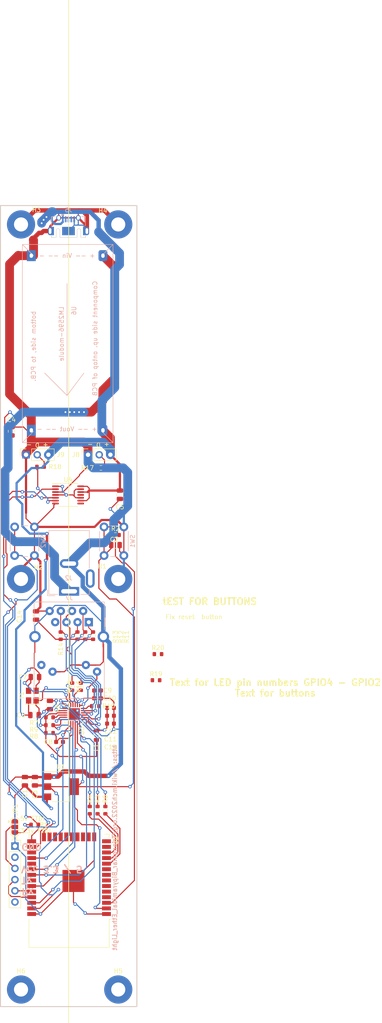
<source format=kicad_pcb>
(kicad_pcb (version 20211014) (generator pcbnew)
  (layers (0 "F.Cu" signal) (31 "B.Cu" signal) (34 "B.Paste" user) (35 "F.Paste" user) (36 "B.SilkS" user "B.Silkscreen") (37 "F.SilkS" user "F.Silkscreen") (38 "B.Mask" user) (39 "F.Mask" user) (44 "Edge.Cuts" user))
  (net 0 "")
  (net 1 "+5V")
  (net 2 "GND")
  (net 3 "/Reset")
  (net 4 "+3V3")
  (net 5 "Net-(C4-Pad1)")
  (net 6 "/XTAL2")
  (net 7 "/XTAL1")
  (net 8 "Net-(C8-Pad1)")
  (net 9 "Net-(C10-Pad1)")
  (net 10 "VDDA")
  (net 12 "Net-(J1-Pad3)")
  (net 20 "/TXP")
  (net 21 "/TXN")
  (net 22 "/RXP")
  (net 23 "/RXN")
  (net 25 "/RXD1_N")
  (net 26 "/rxd1_N")
  (net 27 "/CRS_DV")
  (net 28 "Net-(R4-Pad2)")
  (net 29 "/R_RXCLK")
  (net 30 "/RXD0_P")
  (net 31 "/rxd0_P")
  (net 32 "Net-(R7-Pad1)")
  (net 33 "/MDIO")
  (net 34 "Net-(R10-Pad1)")
  (net 35 "/Link")
  (net 36 "/Activity")
  (net 37 "Net-(R17-Pad1)")
  (net 38 "Net-(J8-Pad2)")
  (net 39 "Net-(R18-Pad1)")
  (net 40 "Net-(J9-Pad2)")
  (net 41 "/Button")
  (net 58 "/LED-1")
  (net 59 "/LED-2")
  (net 61 "/TXD0_P")
  (net 63 "/TXEN")
  (net 64 "/Rx")
  (net 65 "/Tx")
  (net 66 "/TXD1_N")
  (net 67 "/MDC")
  (net 68 "Net-(U4-Pad1)")
  (net 72 "Net-(J7-PadL1)")
  (net 73 "Net-(J7-PadL4)")
  (footprint "Resistor_SMD:R_0603_1608Metric" (layer "F.Cu") (at 134.62 154.686 90)
    (fp_text reference "R4")
    (fp_text value "10R")
  )
  (footprint "Capacitor_SMD:C_0805_2012Metric" (layer "F.Cu") (at 122.074 133.096 180)
    (fp_text reference "C6")
    (fp_text value "18pF")
  )
  (footprint "Capacitor_SMD:C_0603_1608Metric" (layer "F.Cu") (at 136.398 129.286)
    (fp_text reference "C10")
    (fp_text value "270pF")
  )
  (footprint "Connector_PinSocket_2.54mm:PinSocket_1x06_P2.54mm_Vertical" (layer "F.Cu") (at 117.627 162.839)
    (fp_text reference "J1")
    (fp_text value "FTDI")
  )
  (footprint "Capacitor_SMD:C_0603_1608Metric" (layer "F.Cu") (at 139.342 135.03)
    (fp_text reference "C13")
    (fp_text value "100nF")
  )
  (footprint "Capacitor_SMD:C_0805_2012Metric" (layer "F.Cu") (at 116.84 68.646 90)
    (fp_text reference "C4")
    (fp_text value "C")
  )
  (footprint "Capacitor_SMD:C_0805_2012Metric" (layer "F.Cu") (at 122.174 124.46)
    (fp_text reference "C7")
    (fp_text value "18pF")
  )
  (footprint "Resistor_SMD:R_0603_1608Metric" (layer "F.Cu") (at 122.111 157.988)
    (fp_text reference "R1")
    (fp_text value "12k")
  )
  (footprint "Capacitor_SMD:C_0805_2012Metric" (layer "F.Cu") (at 141.478 83.058 -90)
    (fp_text reference "C5")
    (fp_text value "C")
  )
  (footprint "Resistor_SMD:R_0603_1608Metric" (layer "F.Cu") (at 136.398 154.686 90)
    (fp_text reference "R3")
    (fp_text value "10R")
  )
  (footprint "MountingHole:MountingHole_3.2mm_M3_Pad" (layer "F.Cu") (at 141.104 102.197017)
    (fp_text reference "H1")
    (fp_text value "MountingHole_Pad")
  )
  (footprint "Connector_PinSocket_2.54mm:PinSocket_1x03_P2.54mm_Vertical" (layer "F.Cu") (at 134.23782 73.978017 90)
    (fp_text reference "J8")
    (fp_text value "Screw_Terminal_01x03")
  )
  (footprint "Resistor_SMD:R_0603_1608Metric" (layer "F.Cu") (at 138.176 154.686 90)
    (fp_text reference "R6")
    (fp_text value "10R")
  )
  (footprint "Capacitor_SMD:C_0805_2012Metric" (layer "F.Cu") (at 122.428 110.49 90)
    (fp_text reference "C14")
    (fp_text value "18pF")
  )
  (footprint "Jumper:SolderJumper-3_P1.3mm_Open_RoundedPad1.0x1.5mm" (layer "F.Cu") (at 117.602 158.496 -90)
    (fp_text reference "JP1")
    (fp_text value "FTDI-VCC")
  )
  (footprint "Package_DFN_QFN:QFN-24-1EP_4x4mm_P0.5mm_EP2.6x2.6mm" (layer "F.Cu") (at 131.064 132.842 -90)
    (fp_text reference "U3")
    (fp_text value "LAN8720A")
  )
  (footprint "Package_TO_SOT_SMD:SOT-223-3_TabPin2" (layer "F.Cu") (at 128.016 149.352)
    (fp_text reference "U1")
    (fp_text value "AMS1117-3.3")
  )
  (footprint "Resistor_SMD:R_0603_1608Metric" (layer "F.Cu") (at 132.604 126.646 90)
    (fp_text reference "R15")
    (fp_text value "330")
  )
  (footprint "MountingHole:MountingHole_3.2mm_M3_Pad" (layer "F.Cu") (at 141.104 195.415017)
    (fp_text reference "H5")
    (fp_text value "MountingHole_Pad")
  )
  (footprint "Capacitor_SMD:C_0805_2012Metric" (layer "F.Cu") (at 119.888 148.122 90)
    (fp_text reference "C1")
    (fp_text value "C")
  )
  (footprint "Resistor_SMD:R_0603_1608Metric" (layer "F.Cu") (at 149.69 125.18)
    (fp_text reference "R19")
    (fp_text value "10k")
  )
  (footprint "Resistor_SMD:R_0603_1608Metric" (layer "F.Cu") (at 131.826 115.062 90)
    (fp_text reference "R13")
    (fp_text value "49R9")
  )
  (footprint "Capacitor_SMD:C_0805_2012Metric" (layer "F.Cu") (at 140.462 94.488)
    (fp_text reference "C2")
    (fp_text value "C")
  )
  (footprint "Resistor_SMD:R_0603_1608Metric" (layer "F.Cu") (at 123.444 76.708)
    (fp_text reference "R18")
    (fp_text value "62")
  )
  (footprint "Resistor_SMD:R_0603_1608Metric" (layer "F.Cu") (at 150.13 119.25)
    (fp_text reference "R20")
    (fp_text value "10k")
  )
  (footprint "Package_SO:TSSOP-14_4.4x5mm_P0.65mm" (layer "F.Cu") (at 129.7 83.1)
    (fp_text reference "U4")
    (fp_text value "SN74LV4T125")
  )
  (footprint "Resistor_SMD:R_0603_1608Metric" (layer "F.Cu") (at 125.476 133.604 180)
    (fp_text reference "R7")
    (fp_text value "10R")
  )
  (footprint "Capacitor_SMD:C_0603_1608Metric" (layer "F.Cu") (at 136.398 127.508)
    (fp_text reference "C9")
    (fp_text value "1uF")
  )
  (footprint "Capacitor_SMD:C_0603_1608Metric" (layer "F.Cu") (at 139.342 133.252)
    (fp_text reference "C11")
    (fp_text value "100nF")
  )
  (footprint "Connector_PinSocket_2.54mm:PinSocket_1x03_P2.54mm_Vertical" (layer "F.Cu") (at 120.142 73.978017 90)
    (fp_text reference "J9")
    (fp_text value "Screw_Terminal_01x03")
  )
  (footprint "Capacitor_SMD:C_0805_2012Metric" (layer "F.Cu") (at 122.164 148.122 90)
    (fp_text reference "C3")
    (fp_text value "C")
  )
  (footprint "Capacitor_SMD:C_0603_1608Metric" (layer "F.Cu") (at 127.762 139.192)
    (fp_text reference "C8")
    (fp_text value "100nF")
  )
  (footprint "Resistor_SMD:R_0603_1608Metric" (layer "F.Cu") (at 125.476 137.16)
    (fp_text reference "R8")
    (fp_text value "4.7K")
  )
  (footprint "Inductor_SMD:L_0805_2012Metric" (layer "F.Cu") (at 136.144 137.668 90)
    (fp_text reference "L1")
    (fp_text value "FB/30R")
  )
  (footprint "Capacitor_SMD:C_0603_1608Metric" (layer "F.Cu") (at 139.342 131.474)
    (fp_text reference "C12")
    (fp_text value "100nF")
  )
  (footprint "RF_Module:ESP32-WROOM-32" (layer "F.Cu") (at 129.928 170.01 180)
    (fp_text reference "U2")
    (fp_text value "ESP32-WROOM-32")
  )
  (footprint "Resistor_SMD:R_0603_1608Metric" (layer "F.Cu") (at 135.382 115.062 90)
    (fp_text reference "R11")
    (fp_text value "49R9")
  )
  (footprint "Resistor_SMD:R_0603_1608Metric" (layer "F.Cu") (at 130.638 126.646 90)
    (fp_text reference "R16")
    (fp_text value "330")
  )
  (footprint "Crystal:Crystal_SMD_Abracon_ABM8G-4Pin_3.2x2.5mm" (layer "F.Cu") (at 121.574 128.678 90)
    (fp_text reference "Y1")
    (fp_text value "25MHz")
  )
  (footprint "MountingHole:MountingHole_3.2mm_M3_Pad" (layer "F.Cu") (at 119.006 195.415017)
    (fp_text reference "H6")
    (fp_text value "MountingHole_Pad")
  )
  (footprint "Resistor_SMD:R_0603_1608Metric" (layer "F.Cu") (at 128.016 115.062 90)
    (fp_text reference "R14")
    (fp_text value "49R9")
  )
  (footprint "MountingHole:MountingHole_3.2mm_M3_Pad" (layer "F.Cu") (at 141.104 21.679017)
    (fp_text reference "H4")
    (fp_text value "MountingHole_Pad")
  )
  (footprint "Resistor_SMD:R_0603_1608Metric" (layer "F.Cu") (at 125.476 135.382)
    (fp_text reference "R9")
    (fp_text value "1.5K")
  )
  (footprint "Capacitor_SMD:C_0805_2012Metric" (layer "F.Cu") (at 125.576 130.81 -90)
    (fp_text reference "R5")
    (fp_text value "4.7K")
  )
  (footprint "Resistor_SMD:R_0603_1608Metric" (layer "F.Cu") (at 133.604 115.062 90)
    (fp_text reference "R12")
    (fp_text value "49R9")
  )
  (footprint "MountingHole:MountingHole_3.2mm_M3_Pad" (layer "F.Cu") (at 119.005999 21.679017)
    (fp_text reference "H3")
    (fp_text value "MountingHole_Pad")
  )
  (footprint "MountingHole:MountingHole_3.2mm_M3_Pad" (layer "F.Cu") (at 119.006 102.197017)
    (fp_text reference "H2")
    (fp_text value "MountingHole_Pad")
  )
  (footprint "Resistor_SMD:R_0603_1608Metric" (layer "F.Cu") (at 140.462 92.202)
    (fp_text reference "R2")
    (fp_text value "12k")
  )
  (footprint "Resistor_SMD:R_0603_1608Metric" (layer "F.Cu") (at 137.16 76.962)
    (fp_text reference "R17")
    (fp_text value "62r")
  )
  (footprint "Resistor_SMD:R_0603_1608Metric" (layer "F.Cu") (at 135.89 131.064)
    (fp_text reference "R10")
    (fp_text value "12.1K")
  )
  (footprint "Connector_RJ:RJ45_Amphenol_RJMG1BD3B8K1ANR" (layer "B.Cu") (at 134.4 112 180)
    (fp_text reference "J7")
    (fp_text value "RJ45_Amphenol_RJMG1BD3B8K1ANR")
  )
  (footprint "Connector_BarrelJack:BarrelJack_GCT_DCJ200-10-A_Horizontal" (layer "B.Cu") (at 129.936 104.991017)
    (fp_text reference "J2")
    (fp_text value "Barrel_Jack_Switch")
  )
  (footprint "LM2596-module:LM2596-Module" (layer "B.Cu") (at 119.311 26.227 -90)
    (fp_text reference "U6")
    (fp_text value "LM2596")
  )
  (footprint "Button_Switch_THT:SW_PUSH_6mm" (layer "B.Cu") (at 142.374 96.863017 90)
    (fp_text reference "SW1")
    (fp_text value "Reset")
  )
  (footprint "Button_Switch_THT:SW_PUSH_6mm" (layer "B.Cu") (at 122.054 96.863017 90)
    (fp_text reference "SW2")
    (fp_text value "Button")
  )
  (footprint "Connector_USB:USB_Micro-AB_Molex_47590-0001" (layer "B.Cu") (at 129.794 23.181017 180)
    (fp_text reference "J5")
    (fp_text value "USB_B_Mini")
    (fp_line (start 2.8 -1.45) (end 3.75 -1.45) (layer "Edge.Cuts") (width 0.1))
    (fp_line (start -1.95 0.125) (end -1.95 -1.45) (layer "Edge.Cuts") (width 0.1))
    (fp_line (start -1.95 -1.45) (end 1.95 -1.45) (layer "Edge.Cuts") (width 0.1))
    (fp_line (start -3.75 -1.45) (end -2.8 -1.45) (layer "Edge.Cuts") (width 0.1))
    (fp_line (start 1.95 0.125) (end 1.95 -1.45) (layer "Edge.Cuts") (width 0.1))
    (fp_line (start -2.8 0.125) (end -2.8 -1.45) (layer "Edge.Cuts") (width 0.1))
    (fp_line (start 2.8 0.125) (end 2.8 -1.45) (layer "Edge.Cuts") (width 0.1))
    (fp_arc (start 2.8 0.125) (mid 2.375 0.55) (end 1.95 0.125) (layer "Edge.Cuts") (width 0.1))
    (fp_arc (start -1.95 0.125) (mid -2.375 0.55) (end -2.8 0.125) (layer "Edge.Cuts") (width 0.1))
  )
  (gr_rect (start 114.336 17.395017) (end 145.336 199.295017) (layer "B.SilkS") (width 0.2) (fill none))
  (gr_line (start 129.836 -29.21) (end 129.836 202.946) (layer "F.SilkS") (width 0.15))
  (gr_rect locked (start 114.336 17.395017) (end 145.336 199.295017) (layer "Edge.Cuts") (width 0.12) (fill none))
  (gr_text "Rx" (at 120.5 173.2 180) (layer "B.SilkS") (effects (font (size 1.5 1.5) (thickness 0.3)) (justify mirror)))
  (gr_text "https://wiki.mch2022.org/Triangular_Bipyramidal_Ether_Light" (at 140.3 163.2 90) (layer "B.SilkS") (effects (font (size 1 1) (thickness 0.2)) (justify mirror)))
  (gr_text "Vcc 3.3 / 5" (at 126 168.1 180) (layer "B.SilkS") (effects (font (size 1.5 1.5) (thickness 0.3)) (justify mirror)))
  (gr_text "Tx" (at 120.3 170.6 180) (layer "B.SilkS") (effects (font (size 1.5 1.5) (thickness 0.3)) (justify mirror)))
  (gr_text "GND" (at 121.4 163 180) (layer "B.SilkS") (effects (font (size 1.5 1.5) (thickness 0.3)) (justify mirror)))
  (gr_text "Fix reset  button" (at 158.3 110.8) (layer "F.SilkS") (effects (font (size 1 1))))
  (gr_text "5v FTDI\n" (at 121.6 156.6) (layer "F.SilkS") (effects (font (size 1 1))))
  (gr_text "3.3v FTDI" (at 122.3 159.4) (layer "F.SilkS") (effects (font (size 1 1))))
  (gr_text "+ D -" (at 136.6 71.7 180) (layer "F.SilkS") (effects (font (size 1 1))))
  (gr_text "Text for LED pin numbers GPIO4 - GPIO2\nText for buttons\n" (at 176.8 126.9) (layer "F.SilkS") (effects (font (size 1.5 1.5) (thickness 0.3))))
  (gr_text "+ D -" (at 122.7 71.8 180) (layer "F.SilkS") (effects (font (size 1 1))))
  (gr_text "tEST FOR BUTTONS\n" (at 161.9 107.3) (layer "F.SilkS") (effects (font (size 1.5 1.5) (thickness 0.3))))
  (segment (start 124.79 19.99) (end 124.14 20.64) (width 1) (layer "F.Cu") (net 1))
  (segment (start 139.31782 70.12582) (end 139.31782 73.978017) (width 2) (layer "F.Cu") (net 1))
  (segment (start 132.5625 82.45) (end 134.15 82.45) (width 0.25) (layer "F.Cu") (net 1))
  (segment (start 122.468 151.652) (end 124.866 151.652) (width 0.5) (layer "F.Cu") (net 1))
  (segment (start 117.602 151.358) (end 117.602 157.196) (width 0.25) (layer "F.Cu") (net 1))
  (segment (start 134.5 83.8) (end 134.5 82.1) (width 0.25) (layer "F.Cu") (net 1))
  (segment (start 119.888 149.352) (end 119.888 149.072) (width 0.25) (layer "F.Cu") (net 1))
  (segment (start 134.5 81.6) (end 134.05 81.15) (width 0.25) (layer "F.Cu") (net 1))
  (segment (start 124.866 153.266) (end 125.9 154.3) (width 0.5) (layer "F.Cu") (net 1))
  (segment (start 134.5 82.3) (end 134.5 82.1) (width 0.25) (layer "F.Cu") (net 1))
  (segment (start 137.371 68.687) (end 139.31782 70.63382) (width 2) (layer "F.Cu") (net 1))
  (segment (start 119.888 149.072) (end 122.468 151.652) (width 0.5) (layer "F.Cu") (net 1))
  (segment (start 134.492 82.108) (end 134.15 82.45) (width 0.5) (layer "F.Cu") (net 1))
  (segment (start 124.866 151.652) (end 124.866 153.266) (width 0.5) (layer "F.Cu") (net 1))
  (segment (start 119.888 149.072) (end 117.602 151.358) (width 0.25) (layer "F.Cu") (net 1))
  (segment (start 124.14 20.96) (end 123.698 21.402) (width 1) (layer "F.Cu") (net 1))
  (segment (start 139.31782 70.63382) (end 139.31782 73.978017) (width 2) (layer "F.Cu") (net 1))
  (segment (start 134.5 82.1) (end 134.5 81.6) (width 0.25) (layer "F.Cu") (net 1))
  (segment (start 139.31782 73.978017) (end 141.478 76.138197) (width 0.5) (layer "F.Cu") (net 1))
  (segment (start 133.9 84.4) (end 134.5 83.8) (width 0.25) (layer "F.Cu") (net 1))
  (segment (start 134.35 82.45) (end 134.5 82.3) (width 0.25) (layer "F.Cu") (net 1))
  (segment (start 124.9 97.7) (end 124.9 91.9) (width 0.5) (layer "F.Cu") (net 1))
  (segment (start 141.478 78.994) (end 141.478 78.486) (width 0.5) (layer "F.Cu") (net 1))
  (segment (start 134.15 82.45) (end 134.35 82.45) (width 0.25) (layer "F.Cu") (net 1))
  (segment (start 134.05 81.15) (end 132.5625 81.15) (width 0.25) (layer "F.Cu") (net 1))
  (segment (start 137.625 68.433) (end 139.31782 70.12582) (width 2) (layer "F.Cu") (net 1))
  (segment (start 141.478 76.138197) (end 141.478 78.486) (width 0.5) (layer "F.Cu") (net 1))
  (segment (start 124.6 98) (end 124.9 97.7) (width 0.5) (layer "F.Cu") (net 1))
  (segment (start 132.5625 84.4) (end 133.9 84.4) (width 0.25) (layer "F.Cu") (net 1))
  (segment (start 141.478 78.486) (end 141.478 82.108) (width 0.5) (layer "F.Cu") (net 1))
  (segment (start 124.14 20.64) (end 124.14 20.96) (width 1) (layer "F.Cu") (net 1))
  (segment (start 141.478 82.108) (end 134.492 82.108) (width 0.5) (layer "F.Cu") (net 1))
  (via (at 124.6 98) (size 0.8) (drill 0.4) (layers "F.Cu" "B.Cu") (net 1))
  (via (at 124.79 19.99) (size 0.8) (drill 0.4) (layers "F.Cu" "B.Cu") (net 1))
  (via (at 125.9 154.3) (size 0.8) (drill 0.4) (layers "F.Cu" "B.Cu") (net 1))
  (via (at 123.698 21.402) (size 0.8) (drill 0.4) (layers "F.Cu" "B.Cu") (net 1))
  (via (at 124.14 20.64) (size 0.8) (drill 0.4) (layers "F.Cu" "B.Cu") (net 1))
  (via (at 124.9 91.9) (size 0.8) (drill 0.4) (layers "F.Cu" "B.Cu") (net 1))
  (segment (start 136.65 20.75) (end 134.696 18.796) (width 1) (layer "B.Cu") (net 1))
  (segment (start 124 141.6) (end 121.7 139.3) (width 0.5) (layer "B.Cu") (net 1))
  (segment (start 124 152.3) (end 124 141.6) (width 0.5) (layer "B.Cu") (net 1))
  (segment (start 119.8 111.7) (end 119.8 109.3) (width 0.5) (layer "B.Cu") (net 1))
  (segment (start 128.494489 19.558) (end 128.494489 19.694489) (width 0.5) (layer "B.Cu") (net 1))
  (segment (start 128.080017 71.12) (end 137.661884 71.12) (width 2) (layer "B.Cu") (net 1))
  (segment (start 136.65 23.35) (end 137.649 24.349) (width 1) (layer "B.Cu") (net 1))
  (segment (start 139.31782 72.775936) (end 139.31782 73.978017) (width 2) (layer "B.Cu") (net 1))
  (segment (start 125.984 18.796) (end 128.524 18.796) (width 0.5) (layer "B.Cu") (net 1))
  (segment (start 140.3 58.742) (end 137.371 61.671) (width 2) (layer "B.Cu") (net 1))
  (segment (start 141.4 30.8) (end 140.3 31.9) (width 2) (layer "B.Cu") (net 1))
  (segment (start 128.524 18.796) (end 128.494489 19.558) (width 0.5) (layer "B.Cu") (net 1))
  (segment (start 117.9 130.3) (end 117.9 113.6) (width 0.5) (layer "B.Cu") (net 1))
  (segment (start 128.494489 21.111511) (end 128.494489 21.082) (width 0.5) (layer "B.Cu") (net 1))
  (segment (start 119.3 90.2) (end 121 91.9) (width 0.5) (layer "B.Cu") (net 1))
  (segment (start 121.7 139.3) (end 117.9 135.5) (width 0.5) (layer "B.Cu") (net 1))
  (segment (start 123.698 21.082) (end 125.984 18.796) (width 2) (layer "B.Cu") (net 1))
  (segment (start 123.7 77) (end 121.4 77) (width 0.5) (layer "B.Cu") (net 1))
  (segment (start 124.6 104) (end 124.6 98) (width 0.5) (layer "B.Cu") (net 1))
  (segment (start 124 152.4) (end 124 152.3) (width 0.5) (layer "B.Cu") (net 1))
  (segment (start 117.9 135.5) (end 117.9 130.3) (width 0.5) (layer "B.Cu") (net 1))
  (segment (start 126.746 21.59) (end 125.984 20.828) (width 0.5) (layer "B.Cu") (net 1))
  (segment (start 118 83.9) (end 119.3 85.2) (width 0.5) (layer "B.Cu") (net 1))
  (segment (start 125.222 73.978017) (end 128.080017 71.12) (width 2) (layer "B.Cu") (net 1))
  (segment (start 137.661884 71.12) (end 139.31782 72.775936) (width 2) (layer "B.Cu") (net 1))
  (segment (start 125.9 154.3) (end 124 152.4) (width 0.5) (layer "B.Cu") (net 1))
  (segment (start 117.9 113.6) (end 119.8 111.7) (width 0.5) (layer "B.Cu") (net 1))
  (segment (start 119.3 85.2) (end 119.3 90.2) (width 0.5) (layer "B.Cu") (net 1))
  (segment (start 136.65 23.35) (end 136.65 23.45) (width 2) (layer "B.Cu") (net 1))
  (segment (start 124.6 104.5) (end 124.6 104) (width 0.5) (layer "B.Cu") (net 1))
  (segment (start 125.984 18.796) (end 126.238 18.796) (width 2) (layer "B.Cu") (net 1))
  (segment (start 119.8 109.3) (end 124.6 104.5) (width 0.5) (layer "B.Cu") (net 1))
  (segment (start 136.65 23.35) (end 136.65 20.75) (width 1) (layer "B.Cu") (net 1))
  (segment (start 125.222 73.978017) (end 125.222 75.478) (width 0.5) (layer "B.Cu") (net 1))
  (segment (start 123.698 21.082) (end 124.14 20.64) (width 2) (layer "B.Cu") (net 1))
  (segment (start 121.4 77) (end 118 80.4) (width 0.5) (layer "B.Cu") (net 1))
  (segment (start 125.222 75.478) (end 123.7 77) (width 0.5) (layer "B.Cu") (net 1))
  (segment (start 141.4 28.2) (end 141.4 30.8) (width 2) (layer "B.Cu") (net 1))
  (segment (start 140.3 31.9) (end 140.3 58.742) (width 2) (layer "B.Cu") (net 1))
  (segment (start 121 91.9) (end 124.9 91.9) (width 0.5) (layer "B.Cu") (net 1))
  (segment (start 136.65 23.45) (end 141.4 28.2) (width 2) (layer "B.Cu") (net 1))
  (segment (start 123.698 21.402) (end 123.698 21.082) (width 2) (layer "B.Cu") (net 1))
  (segment (start 134.696 18.796) (end 125.984 18.796) (width 1) (layer "B.Cu") (net 1))
  (segment (start 137.371 61.671) (end 137.371 68.687) (width 2) (layer "B.Cu") (net 1))
  (segment (start 118 80.4) (end 118 83.9) (width 0.5) (layer "B.Cu") (net 1))
  (segment (start 128.016 21.59) (end 128.494489 21.111511) (width 0.5) (layer "B.Cu") (net 1))
  (segment (start 125.984 20.828) (end 125.984 18.796) (width 0.5) (layer "B.Cu") (net 1))
  (segment (start 128.494489 19.694489) (end 128.5 19.7) (width 0.5) (layer "B.Cu") (net 1))
  (segment (start 126.746 21.59) (end 128.016 21.59) (width 0.5) (layer "B.Cu") (net 1))
  (segment (start 124.79 19.99) (end 125.984 18.796) (width 2) (layer "B.Cu") (net 1))
  (segment (start 131.5 121.7) (end 132.436 121.7) (width 0.25) (layer "F.Cu") (net 2))
  (segment (start 122.185016 18.5) (end 126.9 18.5) (width 1) (layer "F.Cu") (net 2))
  (segment (start 123.1 23.6) (end 122 24.7) (width 1) (layer "F.Cu") (net 2))
  (segment (start 118.467 28.767) (end 121.851 28.767) (width 2) (layer "F.Cu") (net 2))
  (segment (start 126.136 123.254) (end 127.946 123.254) (width 0.25) (layer "F.Cu") (net 2))
  (segment (start 121.2 122.4) (end 122 122.4) (width 0.25) (layer "F.Cu") (net 2))
  (segment (start 141.411481 84.188519) (end 139.3 86.3) (width 0.25) (layer "F.Cu") (net 2))
  (segment (start 125.014 147.2) (end 124.866 147.052) (width 0.25) (layer "F.Cu") (net 2))
  (segment (start 122.185016 18.5) (end 119.005999 21.679017) (width 1) (layer "F.Cu") (net 2))
  (segment (start 138.428 178.265) (end 133.815 178.265) (width 0.25) (layer "F.Cu") (net 2))
  (segment (start 137.7 117.6) (end 137.7 116.929) (width 0.25) (layer "F.Cu") (net 2))
  (segment (start 140.1 136.3) (end 140.1 135.047) (width 0.25) (layer "F.Cu") (net 2))
  (segment (start 120.142 73.61957) (end 121.330785 72.430785) (width 2) (layer "F.Cu") (net 2))
  (segment (start 128.846 123.254) (end 130.4 121.7) (width 0.25) (layer "F.Cu") (net 2))
  (segment (start 133.706 121.734) (end 135.966 121.734) (width 0.25) (layer "F.Cu") (net 2))
  (segment (start 123.124 124.46) (end 123.124 125.676) (width 0.25) (layer "F.Cu") (net 2))
  (segment (start 121.330785 72.430785) (end 122.67905 71.08252) (width 2) (layer "F.Cu") (net 2))
  (segment (start 135.643 160.755) (end 135.643 166.05) (width 0.25) (layer "F.Cu") (net 2))
  (segment (start 126.707008 21.043008) (end 127.569 20.181017) (width 0.5) (layer "F.Cu") (net 2))
  (segment (start 122.164 147.172) (end 124.746 147.172) (width 0.5) (layer "F.Cu") (net 2))
  (segment (start 137.924983 18.5) (end 141.104 21.679017) (width 1) (layer "F.Cu") (net 2))
  (segment (start 119.888 147.172) (end 122.164 147.172) (width 0.5) (layer "F.Cu") (net 2))
  (segment (start 122.146 118.854) (end 122.146 115.304) (width 0.25) (layer "F.Cu") (net 2))
  (segment (start 128.537 139.192) (end 128.537 139.663) (width 0.25) (layer "F.Cu") (net 2))
  (segment (start 131.56 121.76) (end 133.67 121.76) (width 0.25) (layer "F.Cu") (net 2))
  (segment (start 127.569 20.181017) (end 132.019 20.181017) (width 0.25) (layer "F.Cu") (net 2))
  (segment (start 121.343 72.41857) (end 120.142 73.61957) (width 2) (layer "F.Cu") (net 2))
  (segment (start 133.815 178.265) (end 133.604 178.054) (width 0.25) (layer "F.Cu") (net 2))
  (segment (start 126.8375 85.05) (end 126.462989 85.424511) (width 0.25) (layer "F.Cu") (net 2))
  (segment (start 116.4 30.7) (end 118.4 28.7) (width 2) (layer "F.Cu") (net 2))
  (segment (start 137.7 117.6) (end 137.66 117.56) (width 0.25) (layer "F.Cu") (net 2))
  (segment (start 133.27616 71.08252) (end 134.23782 72.04418) (width 2) (layer "F.Cu") (net 2))
  (segment (start 138.9 146.9) (end 134.4 146.9) (width 1) (layer "F.Cu") (net 2))
  (segment (start 131.064 132.842) (end 131.826 132.08) (width 0.25) (layer "F.Cu") (net 2))
  (segment (start 123.428 178.265) (end 130.928 170.765) (width 0.25) (layer "F.Cu") (net 2))
  (segment (start 119.006 99.911017) (end 119.006 102.197017) (width 0.5) (layer "F.Cu") (net 2))
  (segment (start 122.054 90.363017) (end 122.054 96.863017) (width 0.25) (layer "F.Cu") (net 2))
  (segment (start 136.966 121.734) (end 137.7 121) (width 0.25) (layer "F.Cu") (net 2))
  (segment (start 116.332 150.876) (end 116.332 148.59) (width 0.25) (layer "F.Cu") (net 2))
  (segment (start 125.619 22.131016) (end 125.619 23.181017) (width 0.5) (layer "F.Cu") (net 2))
  (segment (start 128.537 139.663) (end 127.3 140.9) (width 0.25) (layer "F.Cu") (net 2))
  (segment (start 141.412 95.901017) (end 142.374 96.863017) (width 0.25) (layer "F.Cu") (net 2))
  (segment (start 132.019 20.181017) (end 132.019 18.681) (width 0.25) (layer "F.Cu") (net 2))
  (segment (start 141.478 84.008) (end 141.411481 84.074519) (width 0.25) (layer "F.Cu") (net 2))
  (segment (start 140.810983 88.8) (end 142.374 90.363017) (width 0.5) (layer "F.Cu") (net 2))
  (segment (start 128.6 145.9) (end 127.448 147.052) (width 1) (layer "F.Cu") (net 2))
  (segment (start 120.724 132.696) (end 120.724 129.778) (width 0.25) (layer "F.Cu") (net 2))
  (segment (start 122.054 96.863017) (end 119.006 99.911017) (width 0.5) (layer "F.Cu") (net 2))
  (segment (start 122.67905 71.08252) (end 133.27616 71.08252) (width 2) (layer "F.Cu") (net 2))
  (segment (start 123.124 124.46) (end 123.124 123.524) (width 0.25) (layer "F.Cu") (net 2))
  (segment (start 133.969 22.131017) (end 132.019 20.181017) (width 0.5) (layer "F.Cu") (net 2))
  (segment (start 135.643 166.05) (end 130.928 170.765) (width 0.25) (layer "F.Cu") (net 2))
  (segment (start 126.5 147.2) (end 125.014 147.2) (width 0.25) (layer "F.Cu") (net 2))
  (segment (start 121.851 71.91057) (end 121.330785 72.430785) (width 2) (layer "F.Cu") (net 2))
  (segment (start 122.424 126.376) (end 122.424 127.578) (width 0.25) (layer "F.Cu") (net 2))
  (segment (start 139.286 129.286) (end 140.117 130.117) (width 0.25) (layer "F.Cu") (net 2))
  (segment (start 135.966 121.734) (end 136.966 121.734) (width 0.25) (layer "F.Cu") (net 2))
  (segment (start 120.533 68.633) (end 122.129 68.633) (width 0.25) (layer "F.Cu") (net 2))
  (segment (start 135.94 121.76) (end 135.966 121.734) (width 0.25) (layer "F.Cu") (net 2))
  (segment (start 121.124 133.096) (end 120.724 132.696) (width 0.25) (layer "F.Cu") (net 2))
  (segment (start 137.3 88.8) (end 140.810983 88.8) (width 0.5) (layer "F.Cu") (net 2))
  (segment (start 116.332 148.59) (end 117.75 147.172) (width 0.25) (layer "F.Cu") (net 2))
  (segment (start 127.569 19.169) (end 126.9 18.5) (width 0.25) (layer "F.Cu") (net 2))
  (segment (start 126.462989 85.424511) (end 126.462989 85.954028) (width 0.25) (layer "F.Cu") (net 2))
  (segment (start 120.142 73.61957) (end 120.142 73.978017) (width 2) (layer "F.Cu") (net 2))
  (segment (start 140.117 130.117) (end 140.117 131.474) (width 0.25) (layer "F.Cu") (net 2))
  (segment (start 134.4 146.9) (end 133.4 145.9) (width 1) (layer "F.Cu") (net 2))
  (segment (start 137.173 127.508) (end 137.173 129.286) (width 0.25) (layer "F.Cu") (net 2))
  (segment (start 127.946 123.254) (end 128.846 123.254) (width 0.25) (layer "F.Cu") (net 2))
  (segment (start 120.142 73.978017) (end 120.142 87.158) (width 0.5) (layer "F.Cu") (net 2))
  (segment (start 130.928 175.632) (end 130.928 170.765) (width 0.25) (layer "F.Cu") (net 2))
  (segment (start 141.412 94.488) (end 141.412 95.901017) (width 0.25) (layer "F.Cu") (net 2))
  (segment (start 123.124 123.524) (end 122 122.4) (width 0.25) (layer "F.Cu") (net 2))
  (segment (start 127.448 147.052) (end 124.866 147.052) (width 1) (layer "F.Cu") (net 2))
  (segment (start 122.054 90.363017) (end 135.736983 90.363017) (width 0.5) (layer "F.Cu") (net 2))
  (segment (start 116.84 67.696) (end 119.504 67.696) (width 0.25) (layer "F.Cu") (net 2))
  (segment (start 131.5 121.7) (end 131.56 121.76) (width 0.25) (layer "F.Cu") (net 2))
  (segment (start 123.4 108.568) (end 123.4 98.209017) (width 0.5) (layer "F.Cu") (net 2))
  (segment (start 122.054 90.363017) (end 120.142 88.451017) (width 0.25) (layer "F.Cu") (net 2))
  (segment (start 126.707008 21.043008) (end 125.619 22.131016) (width 0.5) (layer "F.Cu") (net 2))
  (segment (start 131.318 176.022) (end 130.928 175.632) (width 0.25) (layer "F.Cu") (net 2))
  (segment (start 137.66 117.56) (end 137.66 115.33) (width 0.25) (layer "F.Cu") (net 2))
  (segment (start 124.119 23.181017) (end 123.700017 23.6) (width 1) (layer "F.Cu") (net 2))
  (segment (start 142.374 90.363017) (end 142.374 96.863017) (width 0.25) (layer "F.Cu") (net 2))
  (segment (start 133.969 23.181017) (end 133.969 22.131017) (width 0.5) (layer "F.Cu") (net 2))
  (segment (start 124.746 147.172) (end 124.866 147.052) (width 0.5) (layer "F.Cu") (net 2))
  (segment (start 132.2 18.5) (end 137.924983 18.5) (width 1) (layer "F.Cu") (net 2))
  (segment (start 122 119) (end 122.146 118.854) (width 0.25) (layer "F.Cu") (net 2))
  (segment (start 135.736983 90.363017) (end 137.3 88.8) (width 0.5) (layer "F.Cu") (net 2))
  (segment (start 134.23782 72.04418) (end 134.23782 73.978017) (width 2) (layer "F.Cu") (net 2))
  (segment (start 130.4 121.7) (end 131.5 121.7) (width 0.25) (layer "F.Cu") (net 2))
  (segment (start 122.494 109.474) (end 125.476 109.474) (width 0.25) (layer "F.Cu") (net 2))
  (segment (start 120.8 122.8) (end 121.2 122.4) (width 0.25) (layer "F.Cu") (net 2))
  (segment (start 141.411481 84.074519) (end 141.411481 84.188519) (width 0.25) (layer "F.Cu") (net 2))
  (segment (start 133.4 145.9) (end 128.6 145.9) (width 1) (layer "F.Cu") (net 2))
  (segment (start 118.4 28.7) (end 118.467 28.767) (width 2) (layer "F.Cu") (net 2))
  (segment (start 122.428 109.54) (end 123.4 108.568) (width 0.5) (layer "F.Cu") (net 2))
  (segment (start 122.164 147.172) (end 122.284 147.052) (width 0.25) (layer "F.Cu") (net 2))
  (segment (start 123.124 125.676) (end 122.424 126.376) (width 0.25) (layer "F.Cu") (net 2))
  (segment (start 126.1 123.28) (end 127.92 123.28) (width 0.25) (layer "F.Cu") (net 2))
  (segment (start 120.844983 89.154) (end 122.054 90.363017) (width 0.25) (layer "F.Cu") (net 2))
  (segment (start 126.462989 85.954028) (end 122.054 90.363017) (width 0.25) (layer "F.Cu") (net 2))
  (segment (start 137.7 121) (end 137.7 117.6) (width 0.25) (layer "F.Cu") (net 2))
  (segment (start 122 24.7) (end 122.129 24.829) (width 1) (layer "F.Cu") (net 2))
  (segment (start 117.75 147.172) (end 119.888 147.172) (width 0.25) (layer "F.Cu") (net 2))
  (segment (start 116.4 60.2) (end 116.4 30.7) (width 2) (layer "F.Cu") (net 2))
  (segment (start 137.173 129.286) (end 139.286 129.286) (width 0.25) (layer "F.Cu") (net 2))
  (segment (start 119.496 133.096) (end 119.4 133) (width 0.25) (layer "F.Cu") (net 2))
  (segment (start 120.142 88.451017) (end 120.142 87.158) (width 0.25) (layer "F.Cu") (net 2))
  (segment (start 140.1 135.047) (end 140.117 135.03) (width 0.25) (layer "F.Cu") (net 2))
  (segment (start 121.851 25.251) (end 121.8 25.2) (width 2) (layer "F.Cu") (net 2))
  (segment (start 140.117 131.474) (end 140.117 135.03) (width 0.25) (layer "F.Cu") (net 2))
  (segment (start 122.428 109.54) (end 122.494 109.474) (width 0.25) (layer "F.Cu") (net 2))
  (segment (start 119.55 67.65) (end 120.533 68.633) (width 0.25) (layer "F.Cu") (net 2))
  (segment (start 133.67 121.76) (end 135.94 121.76) (width 0.25) (layer "F.Cu") (net 2))
  (segment (start 122 122.4) (end 122 119) (width 0.25) (layer "F.Cu") (net 2))
  (segment (start 119.504 67.696) (end 119.55 67.65) (width 0.25) (layer "F.Cu") (net 2))
  (segment (start 121.343 68.433) (end 121.343 65.143) (width 2) (layer "F.Cu") (net 2))
  (segment (start 121.124 133.096) (end 119.496 133.096) (width 0.25) (layer "F.Cu") (net 2))
  (segment (start 121.428 178.265) (end 123.428 178.265) (width 0.25) (layer "F.Cu") (net 2))
  (segment (start 132.019 18.681) (end 132.2 18.5) (width 0.25) (layer "F.Cu") (net 2))
  (segment (start 137.173 130.606) (end 136.715 131.064) (width 0.25) (layer "F.Cu") (net 2))
  (segment (start 133.969 23.181017) (end 133.969 19.569) (width 1) (layer "F.Cu") (net 2))
  (segment (start 123.700017 23.6) (end 123.1 23.6) (width 1) (layer "F.Cu") (net 2))
  (segment (start 137.173 129.286) (end 137.173 130.606) (width 0.25) (layer "F.Cu") (net 2))
  (segment (start 123.4 98.209017) (end 122.054 96.863017) (width 0.5) (layer "F.Cu") (net 2))
  (segment (start 121.343 65.143) (end 116.4 60.2) (width 2) (layer "F.Cu") (net 2))
  (segment (start 121.343 68.433) (end 121.343 72.41857) (width 2) (layer "F.Cu") (net 2))
  (segment (start 127.92 123.28) (end 127.946 123.254) (width 0.25) (layer "F.Cu") (net 2))
  (segment (start 125.619 23.181017) (end 124.119 23.181017) (width 1) (layer "F.Cu") (net 2))
  (segment (start 126.9 18.5) (end 132.2 18.5) (width 1) (layer "F.Cu") (net 2))
  (segment (start 127.569 20.181017) (end 127.569 19.169) (width 0.25) (layer "F.Cu") (net 2))
  (segment (start 133.969 19.569) (end 132.9 18.5) (width 1) (layer "F.Cu") (net 2))
  (segment (start 121.851 28.767) (end 121.851 25.251) (width 2) (layer "F.Cu") (net 2))
  (segment (start 121.166 69.596) (end 122.129 68.633) (width 0.5) (layer "F.Cu") (net 2))
  (via (at 123.428 178.265) (size 0.8) (drill 0.4) (layers "F.Cu" "B.Cu") (net 2))
  (via (at 120.8 122.8) (size 0.8) (drill 0.4) (layers "F.Cu" "B.Cu") (net 2))
  (via (at 119.4 133) (size 0.8) (drill 0.4) (layers "F.Cu" "B.Cu") (net 2))
  (via (at 131.318 176.022) (size 0.8) (drill 0.4) (layers "F.Cu" "B.Cu") (net 2))
  (via (at 126.1 142.3) (size 0.8) (drill 0.4) (layers "F.Cu" "B.Cu") (net 2))
  (via (at 126.5 147.2) (size 0.8) (drill 0.4) (layers "F.Cu" "B.Cu") (net 2))
  (via (at 131.826 132.08) (size 0.8) (drill 0.4) (layers "F.Cu" "B.Cu") (net 2))
  (via (at 140.1 136.3) (size 0.8) (drill 0.4) (layers "F.Cu" "B.Cu") (net 2))
  (via (at 133.604 178.054) (size 0.8) (drill 0.4) (layers "F.Cu" "B.Cu") (net 2))
  (via (at 139.3 86.3) (size 0.8) (drill 0.4) (layers "F.Cu" "B.Cu") (net 2))
  (via (at 127.3 140.9) (size 0.8) (drill 0.4) (layers "F.Cu" "B.Cu") (net 2))
  (via (at 138.9 146.9) (size 0.8) (drill 0.4) (layers "F.Cu" "B.Cu") (net 2))
  (via (at 116.332 150.876) (size 0.8) (drill 0.4) (layers "F.Cu" "B.Cu") (net 2))
  (segment (start 140.1 136.3) (end 141.5 136.3) (width 0.25) (layer "B.Cu") (net 2))
  (segment (start 122.146 112.804) (end 122.146 115.304) (width 0.25) (layer "B.Cu") (net 2))
  (segment (start 141.5 136.3) (end 141.7 136.5) (width 0.25) (layer "B.Cu") (net 2))
  (segment (start 141.7 144.1) (end 138.9 146.9) (width 1) (layer "B.Cu") (net 2))
  (segment (start 137.3 137.8) (end 138.2 137.8) (width 0.25) (layer "B.Cu") (net 2))
  (segment (start 137.922 93.98) (end 134.647017 93.98) (width 2) (layer "B.Cu") (net 2))
  (segment (start 137 137.5) (end 137.3 137.8) (width 0.25) (layer "B.Cu") (net 2))
  (segment (start 142.374 96.863017) (end 142.374 100.927017) (width 0.5) (layer "B.Cu") (net 2))
  (segment (start 139.3 86.3) (end 140.727 87.727) (width 0.25) (layer "B.Cu") (net 2))
  (segment (start 126.0565 23.181017) (end 126.0565 22.7875) (width 0.25) (layer "B.Cu") (net 2))
  (segment (start 143.256 85.598) (end 141.827 87.027) (width 2) (layer "B.Cu") (net 2))
  (segment (start 142.374 100.927017) (end 141.104 102.197017) (width 0.5) (layer "B.Cu") (net 2))
  (segment (start 120.094 165.306) (end 120.094 174.931) (width 0.25) (layer "B.Cu") (net 2))
  (segment (start 131.131017 21.844) (end 131.094 21.881017) (width 0.25) (layer "B.Cu") (net 2))
  (segment (start 120.094 174.931) (end 123.428 178.265) (width 0.25) (layer "B.Cu") (net 2))
  (segment (start 133.03648 103.894981) (end 137.696 108.554501) (width 1) (layer "B.Cu") (net 2))
  (segment (start 143.256 82.244) (end 143.256 85.598) (width 2) (layer "B.Cu") (net 2))
  (segment (start 119.4 133) (end 118.9 132.5) (width 0.25) (layer "B.Cu") (net 2))
  (segment (start 138.2 137.8) (end 138.6 137.8) (width 0.25) (layer "B.Cu") (net 2))
  (segment (start 133.969 22.717) (end 133.096 21.844) (width 0.25) (layer "B.Cu") (net 2))
  (segment (start 141.827 87.027) (end 141.127 87.727) (width 2) (layer "B.Cu") (net 2))
  (segment (start 127.3 146.5) (end 126.55 147.25) (width 0.25) (layer "B.Cu") (net 2))
  (segment (start 126.55 147.25) (end 126.5 147.2) (width 0.25) (layer "B.Cu") (net 2))
  (segment (start 133.623921 108.199489) (end 126.750511 108.199489) (width 0.25) (layer "B.Cu") (net 2))
  (segment (start 133.969 23.181017) (end 133.969 22.717) (width 0.25) (layer "B.Cu") (net 2))
  (segment (start 126.1 142.3) (end 126.9 143.1) (width 0.25) (layer "B.Cu") (net 2))
  (segment (start 133.03648 101.791497) (end 133.03648 103.894981) (width 1) (layer "B.Cu") (net 2))
  (segment (start 132.019 20.181017) (end 132.019 21.651) (width 0.25) (layer "B.Cu") (net 2))
  (segment (start 131.826 132.08) (end 131.826 132.326) (width 0.25) (layer "B.Cu") (net 2))
  (segment (start 141.7 122.6) (end 141.7 136.5) (width 1) (layer "B.Cu") (net 2))
  (segment (start 127.3 143.1) (end 127.3 146.5) (width 0.25) (layer "B.Cu") (net 2))
  (segment (start 137.696 108.554501) (end 137.696 115.304) (width 1) (layer "B.Cu") (net 2))
  (segment (start 131.094 21.881017) (end 129.794 23.181017) (width 0.25) (layer "B.Cu") (net 2))
  (segment (start 141.127 87.727) (end 140.073511 88.780489) (width 2) (layer "B.Cu") (net 2))
  (segment (start 131.572 176.022) (end 131.318 176.022) (width 0.25) (layer "B.Cu") (net 2))
  (segment (start 134.23782 75.81782) (end 135.382 76.962) (width 2) (layer "B.Cu") (net 2))
  (segment (start 139.1 116.708) (end 139.1 120) (width 1) (layer "B.Cu") (net 2))
  (segment (start 142.374 90.363017) (end 142.374 87.574) (width 0.5) (layer "B.Cu") (net 2))
  (segment (start 133.096 21.844) (end 131.826 21.844) (width 0.25) (layer "B.Cu") (net 2))
  (segment (start 139.1 120) (end 141.7 122.6) (width 1) (layer "B.Cu") (net 2))
  (segment (start 132.019 21.651) (end 131.826 21.844) (width 0.25) (layer "B.Cu") (net 2))
  (segment (start 143.256 77.978) (end 143.256 82.244) (width 2) (layer "B.Cu") (net 2))
  (segment (start 118.9 132.5) (end 118.9 125) (width 0.25) (layer "B.Cu") (net 2))
  (segment (start 140.727 87.727) (end 141.127 87.727) (width 0.25) (layer "B.Cu") (net 2))
  (segment (start 119.005999 21.679017) (end 120.620983 21.679017) (width 1) (layer "B.Cu") (net 2))
  (segment (start 131.826 21.844) (end 131.131017 21.844) (width 0.25) (layer "B.Cu") (net 2))
  (segment (start 131.826 132.326) (end 137 137.5) (width 0.25) (layer "B.Cu") (net 2))
  (segment (start 118.9 125) (end 118.9 124.7) (width 0.25) (layer "B.Cu") (net 2))
  (segment (start 135.382 76.962) (end 142.24 76.962) (width 2) (layer "B.Cu") (net 2))
  (segment (start 140.073511 88.780489) (end 140.073511 91.828489) (width 2) (layer "B.Cu") (net 2))
  (segment (start 134.23782 73.978017) (end 134.23782 75.81782) (width 2) (layer "B.Cu") (net 2))
  (segment (start 125.476 109.474) (end 122.146 112.804) (width 0.25) (layer "B.Cu") (net 2))
  (segment (start 126.9 143.1) (end 127.3 143.1) (width 0.25) (layer "B.Cu") (net 2))
  (segment (start 133.604 178.054) (end 131.572 176.022) (width 0.25) (layer "B.Cu") (net 2))
  (segment (start 117.627 162.839) (end 117.627 152.171) (width 0.25) (layer "B.Cu") (net 2))
  (segment (start 118.9 124.7) (end 120.8 122.8) (width 0.25) (layer "B.Cu") (net 2))
  (segment (start 142.24 76.962) (end 143.256 77.978) (width 2) (layer "B.Cu") (net 2))
  (segment (start 140.073511 91.828489) (end 137.922 93.98) (width 2) (layer "B.Cu") (net 2))
  (segment (start 134.647017 93.98) (end 129.936 98.691017) (width 2) (layer "B.Cu") (net 2))
  (segment (start 137.696 112.271568) (end 133.623921 108.199489) (width 0.25) (layer "B.Cu") (net 2))
  (segment (start 126.750511 108.199489) (end 125.476 109.474) (width 0.25) (layer "B.Cu") (net 2))
  (segment (start 117.627 162.839) (end 120.094 165.306) (width 0.25) (layer "B.Cu") (net 2))
  (segment (start 117.627 152.171) (end 116.332 150.876) (width 0.25) (layer "B.Cu") (net 2))
  (segment (start 142.374 87.574) (end 141.827 87.027) (width 0.5) (layer "B.Cu") (net 2))
  (segment (start 129.936 98.691017) (end 133.03648 101.791497) (width 1) (layer "B.Cu") (net 2))
  (segment (start 127.3 140.9) (end 127.3 143.1) (width 0.25) (layer "B.Cu") (net 2))
  (segment (start 138.6 137.8) (end 140.1 136.3) (width 0.25) (layer "B.Cu") (net 2))
  (segment (start 137.696 115.304) (end 137.696 112.271568) (width 0.25) (layer "B.Cu") (net 2))
  (segment (start 137.696 115.304) (end 139.1 116.708) (width 1) (layer "B.Cu") (net 2))
  (segment (start 141.7 136.5) (end 141.7 144.1) (width 1) (layer "B.Cu") (net 2))
  (segment (start 131.094 20.506017) (end 131.094 21.881017) (width 0.25) (layer "B.Cu") (net 2))
  (segment (start 139.512 94.488) (end 139.512 95.225017) (width 0.25) (layer "F.Cu") (net 3))
  (segment (start 140.661285 106.738715) (end 144.78 110.857429) (width 0.25) (layer "F.Cu") (net 3))
  (segment (start 137.874 96.863017) (end 136.7 98.037017) (width 0.25) (layer "F.Cu") (net 3))
  (segment (start 141.287 92.202) (end 139.448017 90.363017) (width 0.25) (layer "F.Cu") (net 3))
  (segment (start 139.138715 106.738715) (end 140.661285 106.738715) (width 0.25) (layer "F.Cu") (net 3))
  (segment (start 139.512 95.225017) (end 137.874 96.863017) (width 0.25) (layer "F.Cu") (net 3))
  (segment (start 144.78 170.623) (end 139.678 175.725) (width 0.25) (layer "F.Cu") (net 3))
  (segment (start 144.78 110.857429) (end 144.78 170.623) (width 0.25) (layer "F.Cu") (net 3))
  (segment (start 137.874 90.363017) (end 137.874 96.863017) (width 0.25) (layer "F.Cu") (net 3))
  (segment (start 136.7 98.037017) (end 136.7 104.3) (width 0.25) (layer "F.Cu") (net 3))
  (segment (start 139.448017 90.363017) (end 137.874 90.363017) (width 0.25) (layer "F.Cu") (net 3))
  (segment (start 136.7 104.3) (end 139.138715 106.738715) (width 0.25) (layer "F.Cu") (net 3))
  (segment (start 139.678 175.725) (end 138.428 175.725) (width 0.25) (layer "F.Cu") (net 3))
  (segment (start 122.164 149.072) (end 122.444 149.352) (width 0.25) (layer "F.Cu") (net 4))
  (segment (start 125.476 149.352) (end 124.866 149.352) (width 0.25) (layer "F.Cu") (net 4))
  (segment (start 143.764 149.352) (end 131.166 149.352) (width 0.25) (layer "F.Cu") (net 4))
  (segment (start 124.651 139.383) (end 127.762 142.494) (width 0.25) (layer "F.Cu") (net 4))
  (segment (start 136.144 157.988) (end 132.842 157.988) (width 0.25) (layer "F.Cu") (net 4))
  (segment (start 126.96248 132.80448) (end 127 132.842) (width 0.25) (layer "F.Cu") (net 4))
  (segment (start 131.166 154.026) (end 131.166 149.352) (width 0.25) (layer "F.Cu") (net 4))
  (segment (start 124.866 149.352) (end 131.166 149.352) (width 0.25) (layer "F.Cu") (net 4))
  (segment (start 129.1265 132.592) (end 127.25 132.592) (width 0.25) (layer "F.Cu") (net 4))
  (segment (start 136.144 142.494) (end 136.144 138.7305) (width 0.25) (layer "F.Cu") (net 4))
  (segment (start 132.606 142.494) (end 136.144 142.494) (width 0.25) (layer "F.Cu") (net 4))
  (segment (start 132.842 157.988) (end 131.826 156.972) (width 0.25) (layer "F.Cu") (net 4))
  (segment (start 126.934 129.86) (end 127 129.794) (width 0.25) (layer "F.Cu") (net 4))
  (segment (start 139.637 92.202) (end 140.462 93.027) (width 0.25) (layer "F.Cu") (net 4))
  (segment (start 121.286 157.988) (end 119.888 157.988) (width 0.25) (layer "F.Cu") (net 4))
  (segment (start 131.848 149.352) (end 133 148.2) (width 0.25) (layer "F.Cu") (net 4))
  (segment (start 119.478 159.796) (end 117.602 159.796) (width 0.25) (layer "F.Cu") (net 4))
  (segment (start 125.476 129.86) (end 126.934 129.86) (width 0.25) (layer "F.Cu") (net 4))
  (segment (start 121.286 157.988) (end 119.478 159.796) (width 0.25) (layer "F.Cu") (net 4))
  (segment (start 142.748 98.552) (end 144.78 100.584) (width 0.25) (layer "F.Cu") (net 4))
  (segment (start 127 150.876) (end 125.476 149.352) (width 0.25) (layer "F.Cu") (net 4))
  (segment (start 136.906 158.75) (end 136.144 157.988) (width 0.25) (layer "F.Cu") (net 4))
  (segment (start 125.76752 132.80448) (end 126.96248 132.80448) (width 0.25) (layer "F.Cu") (net 4))
  (segment (start 127.25 132.592) (end 127 132.842) (width 0.25) (layer "F.Cu") (net 4))
  (segment (start 124.586 149.072) (end 124.866 149.352) (width 0.5) (layer "F.Cu") (net 4))
  (segment (start 131.166 149.352) (end 134.62 149.352) (width 0.25) (layer "F.Cu") (net 4))
  (segment (start 144.78 100.584) (end 144.78 103.124) (width 0.25) (layer "F.Cu") (net 4))
  (segment (start 123.444 135.382) (end 124.651 135.382) (width 0.25) (layer "F.Cu") (net 4))
  (segment (start 138.428 176.995) (end 136.101 176.995) (width 0.25) (layer "F.Cu") (net 4))
  (segment (start 131.826 154.686) (end 131.166 154.026) (width 0.25) (layer "F.Cu") (net 4))
  (segment (start 140.462 93.027) (end 140.462 96.012) (width 0.25) (layer "F.Cu") (net 4))
  (segment (start 136.101 176.995) (end 135.89 176.784) (width 0.25) (layer "F.Cu") (net 4))
  (segment (start 144.78 108.712) (end 144.526 108.966) (width 0.25) (layer "F.Cu") (net 4))
  (segment (start 141.986 98.552) (end 142.748 98.552) (width 0.25) (layer "F.Cu") (net 4))
  (segment (start 124.651 133.604) (end 124.651 137.16) (width 0.25) (layer "F.Cu") (net 4))
  (segment (start 140.462 96.012) (end 140.462 97.028) (width 0.25) (layer "F.Cu") (net 4))
  (segment (start 131.166 149.352) (end 131.848 149.352) (width 0.25) (layer "F.Cu") (net 4))
  (segment (start 125.413 132.842) (end 125.73 132.842) (width 0.25) (layer "F.Cu") (net 4))
  (segment (start 140.462 97.028) (end 141.986 98.552) (width 0.25) (layer "F.Cu") (net 4))
  (segment (start 125.73 132.842) (end 125.76752 132.80448) (width 0.25) (layer "F.Cu") (net 4))
  (segment (start 124.651 133.604) (end 125.413 132.842) (width 0.25) (layer "F.Cu") (net 4))
  (segment (start 124.651 137.16) (end 124.651 139.383) (width 0.25) (layer "F.Cu") (net 4))
  (segment (start 144.78 103.124) (end 144.78 108.712) (width 0.25) (layer "F.Cu") (net 4))
  (segment (start 122.164 149.072) (end 124.586 149.072) (width 0.5) (layer "F.Cu") (net 4))
  (segment (start 131.826 156.972) (end 131.826 154.686) (width 0.25) (layer "F.Cu") (net 4))
  (segment (start 127.762 142.494) (end 132.606 142.494) (width 0.25) (layer "F.Cu") (net 4))
  (via (at 144.526 108.966) (size 0.8) (drill 0.4) (layers "F.Cu" "B.Cu") (net 4))
  (via (at 119.888 157.988) (size 0.8) (drill 0.4) (layers "F.Cu" "B.Cu") (net 4))
  (via (at 123.444 135.382) (size 0.8) (drill 0.4) (layers "F.Cu" "B.Cu") (net 4))
  (via (at 127 150.876) (size 0.8) (drill 0.4) (layers "F.Cu" "B.Cu") (net 4))
  (via (at 133 148.2) (size 0.8) (drill 0.4) (layers "F.Cu" "B.Cu") (net 4))
  (via (at 132.606 142.494) (size 0.8) (drill 0.4) (layers "F.Cu" "B.Cu") (net 4))
  (via (at 135.89 176.784) (size 0.8) (drill 0.4) (layers "F.Cu" "B.Cu") (net 4))
  (via (at 143.764 149.352) (size 0.8) (drill 0.4) (layers "F.Cu" "B.Cu") (net 4))
  (via (at 136.906 158.75) (size 0.8) (drill 0.4) (layers "F.Cu" "B.Cu") (net 4))
  (via (at 127 129.794) (size 0.8) (drill 0.4) (layers "F.Cu" "B.Cu") (net 4))
  (segment (start 144.526 148.59) (end 143.764 149.352) (width 0.25) (layer "B.Cu") (net 4))
  (segment (start 136.906 175.768) (end 136.906 158.75) (width 0.25) (layer "B.Cu") (net 4))
  (segment (start 133 148.2) (end 133 142.888) (width 0.25) (layer "B.Cu") (net 4))
  (segment (start 120.396 158.496) (end 127 158.496) (width 0.25) (layer "B.Cu") (net 4))
  (segment (start 127.508 157.988) (end 127.508 156.464) (width 0.25) (layer "B.Cu") (net 4))
  (segment (start 127.508 151.384) (end 127 150.876) (width 0.25) (layer "B.Cu") (net 4))
  (segment (start 133 142.888) (end 132.606 142.494) (width 0.25) (layer "B.Cu") (net 4))
  (segment (start 127 158.496) (end 127.508 157.988) (width 0.25) (layer "B.Cu") (net 4))
  (segment (start 127 130.564614) (end 123.444 134.120614) (width 0.25) (layer "B.Cu") (net 4))
  (segment (start 127 129.794) (end 127 130.564614) (width 0.25) (layer "B.Cu") (net 4))
  (segment (start 123.444 134.120614) (end 123.444 135.382) (width 0.25) (layer "B.Cu") (net 4))
  (segment (start 119.888 157.988) (end 120.396 158.496) (width 0.25) (layer "B.Cu") (net 4))
  (segment (start 144.526 108.966) (end 144.526 148.59) (width 0.25) (layer "B.Cu") (net 4))
  (segment (start 135.89 176.784) (end 136.906 175.768) (width 0.25) (layer "B.Cu") (net 4))
  (segment (start 127.508 156.464) (end 127.508 151.384) (width 0.25) (layer "B.Cu") (net 4))
  (segment (start 115.3 65.5) (end 116.5 64.3) (width 0.25) (layer "F.Cu") (net 5))
  (segment (start 140.3 56.6) (end 140.3 31.442) (width 2) (layer "F.Cu") (net 5))
  (segment (start 129.936 104.991017) (end 129.629017 104.991017) (width 2) (layer "F.Cu") (net 5))
  (segment (start 133.316 64.3) (end 135 64.3) (width 2) (layer "F.Cu") (net 5))
  (segment (start 137.6 60.1) (end 137.6 59.3) (width 2) (layer "F.Cu") (net 5))
  (segment (start 116.84 69.596) (end 115.596 69.596) (width 0.25) (layer "F.Cu") (net 5))
  (segment (start 135 64.3) (end 137.6 61.7) (width 2) (layer "F.Cu") (net 5))
  (segment (start 137.6 61.7) (end 137.6 60.1) (width 2) (layer "F.Cu") (net 5))
  (segment (start 129.1 64.3) (end 133.316 64.3) (width 2) (layer "F.Cu") (net 5))
  (segment (start 140.3 31.442) (end 137.625 28.767) (width 2) (layer "F.Cu") (net 5))
  (segment (start 115.596 69.596) (end 115.3 69.3) (width 0.25) (layer "F.Cu") (net 5))
  (segment (start 137.6 59.3) (end 140.3 56.6) (width 2) (layer "F.Cu") (net 5))
  (segment (start 115.3 69.3) (end 115.3 65.5) (width 0.25) (layer "F.Cu") (net 5))
  (via (at 132.2 64.3) (size 0.8) (drill 0.4) (layers "F.Cu" "B.Cu") (net 5))
  (via (at 130.1 64.3) (size 0.8) (drill 0.4) (layers "F.Cu" "B.Cu") (net 5))
  (via (at 116.5 64.3) (size 0.8) (drill 0.4) (layers "F.Cu" "B.Cu") (net 5))
  (via (at 133.316 64.3) (size 0.8) (drill 0.4) (layers "F.Cu" "B.Cu") (net 5))
  (via (at 131.1 64.3) (size 0.8) (drill 0.4) (layers "F.Cu" "B.Cu") (net 5))
  (via (at 129.1 64.3) (size 0.8) (drill 0.4) (layers "F.Cu" "B.Cu") (net 5))
  (segment (start 116.5 64.3) (end 117.15 64.95) (width 0.25) (layer "B.Cu") (net 5))
  (segment (start 115.354489 77.671625) (end 116.078 76.948114) (width 2) (layer "B.Cu") (net 5))
  (segment (start 131.1 64.3) (end 132.2 64.3) (width 2) (layer "B.Cu") (net 5))
  (segment (start 115.354489 91.478489) (end 115.354489 77.671625) (width 2) (layer "B.Cu") (net 5))
  (segment (start 119.5 64.3) (end 129.1 64.3) (width 2) (layer "B.Cu") (net 5))
  (segment (start 117.15 64.95) (end 117.95 65.75) (width 0.25) (layer "B.Cu") (net 5))
  (segment (start 117.602 93.726) (end 115.354489 91.478489) (width 2) (layer "B.Cu") (net 5))
  (segment (start 130.1 64.3) (end 131.1 64.3) (width 2) (layer "B.Cu") (net 5))
  (segment (start 126.63648 101.691497) (end 126.63648 96.91848) (width 2) (layer "B.Cu") (net 5))
  (segment (start 117.95 65.75) (end 117.95 65.85) (width 0.25) (layer "B.Cu") (net 5))
  (segment (start 123.444 93.726) (end 117.602 93.726) (width 2) (layer "B.Cu") (net 5))
  (segment (start 116.078 76.948114) (end 116.078 67.722) (width 2) (layer "B.Cu") (net 5))
  (segment (start 126.63648 96.91848) (end 123.444 93.726) (width 2) (layer "B.Cu") (net 5))
  (segment (start 116.078 67.722) (end 117.15 66.65) (width 2) (layer "B.Cu") (net 5))
  (segment (start 129.1 64.3) (end 130.1 64.3) (width 2) (layer "B.Cu") (net 5))
  (segment (start 132.2 64.3) (end 133.316 64.3) (width 2) (layer "B.Cu") (net 5))
  (segment (start 129.936 104.991017) (end 126.63648 101.691497) (width 2) (layer "B.Cu") (net 5))
  (segment (start 117.15 66.65) (end 117.95 65.85) (width 2) (layer "B.Cu") (net 5))
  (segment (start 117.95 65.85) (end 119.5 64.3) (width 2) (layer "B.Cu") (net 5))
  (segment (start 122.4 130.1) (end 122.4 130.9) (width 0.25) (layer "F.Cu") (net 6))
  (segment (start 122.424 129.778) (end 122.424 130.076) (width 0.25) (layer "F.Cu") (net 6))
  (segment (start 122.4 130.9) (end 123.1 131.6) (width 0.25) (layer "F.Cu") (net 6))
  (segment (start 130.046523 129.541477) (end 130.814 130.308954) (width 0.25) (layer "F.Cu") (net 6))
  (segment (start 130.046523 128.259909) (end 130.046523 129.541477) (width 0.25) (layer "F.Cu") (net 6))
  (segment (start 122.424 129.778) (end 123.622 129.778) (width 0.25) (layer "F.Cu") (net 6))
  (segment (start 123.9 127.7) (end 124.7 126.9) (width 0.25) (layer "F.Cu") (net 6))
  (segment (start 123.9 129.5) (end 123.9 127.7) (width 0.25) (layer "F.Cu") (net 6))
  (segment (start 130.814 130.308954) (end 130.814 130.9045) (width 0.25) (layer "F.Cu") (net 6))
  (segment (start 123.1 133.02) (end 123.024 133.096) (width 0.25) (layer "F.Cu") (net 6))
  (segment (start 123.1 131.6) (end 123.1 133.02) (width 0.25) (layer "F.Cu") (net 6))
  (segment (start 129.290299 127.503701) (end 129.290315 127.503701) (width 0.25) (layer "F.Cu") (net 6))
  (segment (start 122.424 130.076) (end 122.4 130.1) (width 0.25) (layer "F.Cu") (net 6))
  (segment (start 123.622 129.778) (end 123.9 129.5) (width 0.25) (layer "F.Cu") (net 6))
  (segment (start 129.290315 127.503701) (end 130.046523 128.259909) (width 0.25) (layer "F.Cu") (net 6))
  (via (at 124.7 126.9) (size 0.8) (drill 0.4) (layers "F.Cu" "B.Cu") (net 6))
  (via (at 129.290299 127.503701) (size 0.8) (drill 0.4) (layers "F.Cu" "B.Cu") (net 6))
  (segment (start 129.040598 127.254) (end 129.290299 127.503701) (width 0.25) (layer "B.Cu") (net 6))
  (segment (start 124.7 126.9) (end 125.054 127.254) (width 0.25) (layer "B.Cu") (net 6))
  (segment (start 125.73 127.254) (end 129.040598 127.254) (width 0.25) (layer "B.Cu") (net 6))
  (segment (start 125.054 127.254) (end 125.73 127.254) (width 0.25) (layer "B.Cu") (net 6))
  (segment (start 119.8 125.8) (end 119.884 125.8) (width 0.25) (layer "F.Cu") (net 7))
  (segment (start 120.724 127.578) (end 120.724 126.276) (width 0.25) (layer "F.Cu") (net 7))
  (segment (start 130.314 130.9045) (end 130.314 130.444672) (width 0.25) (layer "F.Cu") (net 7))
  (segment (start 129.286 129.416672) (end 129.286 128.524) (width 0.25) (layer "F.Cu") (net 7))
  (segment (start 130.314 130.444672) (end 129.286 129.416672) (width 0.25) (layer "F.Cu") (net 7))
  (segment (start 119.884 125.8) (end 121.224 124.46) (width 0.25) (layer "F.Cu") (net 7))
  (segment (start 120.724 126.276) (end 121.224 125.776) (width 0.25) (layer "F.Cu") (net 7))
  (segment (start 121.224 125.776) (end 121.224 124.46) (width 0.25) (layer "F.Cu") (net 7))
  (via (at 119.8 125.8) (size 0.8) (drill 0.4) (layers "F.Cu" "B.Cu") (net 7))
  (via (at 129.286 128.524) (size 0.8) (drill 0.4) (layers "F.Cu" "B.Cu") (net 7))
  (segment (start 125.222 127.762) (end 121.762 127.762) (width 0.25) (layer "B.Cu") (net 7))
  (segment (start 125.222 127.762) (end 128.524 127.762) (width 0.25) (layer "B.Cu") (net 7))
  (segment (start 121.762 127.762) (end 119.8 125.8) (width 0.25) (layer "B.Cu") (net 7))
  (segment (start 128.524 127.762) (end 129.286 128.524) (width 0.25) (layer "B.Cu") (net 7))
  (segment (start 126.987 139.192) (end 126.987 137.846) (width 0.25) (layer "F.Cu") (net 8))
  (segment (start 126.987 137.846) (end 126.301 137.16) (width 0.25) (layer "F.Cu") (net 8))
  (segment (start 127.7895 138.3895) (end 129.7105 138.3895) (width 0.25) (layer "F.Cu") (net 8))
  (segment (start 130.432 137.668) (end 130.81 137.668) (width 0.25) (layer "F.Cu") (net 8))
  (segment (start 130.81 137.668) (end 130.81 135.243328) (width 0.25) (layer "F.Cu") (net 8))
  (segment (start 126.987 139.192) (end 127.7895 138.3895) (width 0.25) (layer "F.Cu") (net 8))
  (segment (start 130.814 135.239328) (end 130.814 134.7795) (width 0.25) (layer "F.Cu") (net 8))
  (segment (start 130.81 135.243328) (end 130.814 135.239328) (width 0.25) (layer "F.Cu") (net 8))
  (segment (start 129.7105 138.3895) (end 130.432 137.668) (width 0.25) (layer "F.Cu") (net 8))
  (segment (start 129.814 130.9045) (end 129.080339 130.9045) (width 0.25) (layer "F.Cu") (net 9))
  (segment (start 133.272292 129.286) (end 135.623 129.286) (width 0.25) (layer "F.Cu") (net 9))
  (segment (start 135.623 129.286) (end 135.623 127.508) (width 0.25) (layer "F.Cu") (net 9))
  (segment (start 132.916847 129.641445) (end 133.272292 129.286) (width 0.25) (layer "F.Cu") (net 9))
  (segment (start 129.080339 130.9045) (end 128.007339 129.8315) (width 0.25) (layer "F.Cu") (net 9))
  (via (at 132.916847 129.641445) (size 0.8) (drill 0.4) (layers "F.Cu" "B.Cu") (net 9))
  (via (at 128.007339 129.8315) (size 0.8) (drill 0.4) (layers "F.Cu" "B.Cu") (net 9))
  (segment (start 128.165359 129.98952) (end 131.250906 129.98952) (width 0.25) (layer "B.Cu") (net 9))
  (segment (start 128.007339 129.8315) (end 128.165359 129.98952) (width 0.25) (layer "B.Cu") (net 9))
  (segment (start 131.525897 130.264511) (end 132.293781 130.264511) (width 0.25) (layer "B.Cu") (net 9))
  (segment (start 132.293781 130.264511) (end 132.916847 129.641445) (width 0.25) (layer "B.Cu") (net 9))
  (segment (start 131.250906 129.98952) (end 131.525897 130.264511) (width 0.25) (layer "B.Cu") (net 9))
  (segment (start 129.54 112.776) (end 130.111 113.347) (width 0.25) (layer "F.Cu") (net 10))
  (segment (start 137.8945 136.6055) (end 138 136.5) (width 0.25) (layer "F.Cu") (net 10))
  (segment (start 133.838 135.338) (end 135.1055 136.6055) (width 0.25) (layer "F.Cu") (net 10))
  (segment (start 138.567 131.474) (end 138.567 135.03) (width 0.25) (layer "F.Cu") (net 10))
  (segment (start 132.8955 130.9045) (end 133.2 130.6) (width 0.25) (layer "F.Cu") (net 10))
  (segment (start 129.286 110.744) (end 129.286 112.014) (width 0.25) (layer "F.Cu") (net 10))
  (segment (start 130.111 113.347) (end 130.111 115.887) (width 0.25) (layer "F.Cu") (net 10))
  (segment (start 132.314 130.9045) (end 132.8955 130.9045) (width 0.25) (layer "F.Cu") (net 10))
  (segment (start 130.111 115.887) (end 135.382 115.887) (width 0.25) (layer "F.Cu") (net 10))
  (segment (start 138.5 136) (end 138.5 135.097) (width 0.25) (layer "F.Cu") (net 10))
  (segment (start 136.246 124.954) (end 136.246 123.254) (width 0.25) (layer "F.Cu") (net 10))
  (segment (start 136.144 136.6055) (end 137.8945 136.6055) (width 0.25) (layer "F.Cu") (net 10))
  (segment (start 126.875 115.887) (end 128.016 115.887) (width 0.25) (layer "F.Cu") (net 10))
  (segment (start 134.2 127) (end 136.246 124.954) (width 0.25) (layer "F.Cu") (net 10))
  (segment (start 135.1055 136.6055) (end 136.144 136.6055) (width 0.25) (layer "F.Cu") (net 10))
  (segment (start 129.286 118.11) (end 130.556 119.38) (width 0.25) (layer "F.Cu") (net 10))
  (segment (start 133.0015 134.092) (end 133.838 134.092) (width 0.25) (layer "F.Cu") (net 10))
  (segment (start 136.2495 136.5) (end 136.144 136.6055) (width 0.25) (layer "F.Cu") (net 10))
  (segment (start 130.556 109.474) (end 129.286 110.744) (width 0.25) (layer "F.Cu") (net 10))
  (segment (start 130.111 117.285) (end 129.286 118.11) (width 0.25) (layer "F.Cu") (net 10))
  (segment (start 128.016 115.887) (end 130.111 115.887) (width 0.25) (layer "F.Cu") (net 10))
  (segment (start 122.428 111.44) (end 126.875 115.887) (width 0.25) (layer "F.Cu") (net 10))
  (segment (start 138.5 135.097) (end 138.567 135.03) (width 0.25) (layer "F.Cu") (net 10))
  (segment (start 130.111 115.887) (end 130.111 117.285) (width 0.25) (layer "F.Cu") (net 10))
  (segment (start 138 136.5) (end 138.5 136) (width 0.25) (layer "F.Cu") (net 10))
  (segment (start 129.286 112.014) (end 129.54 112.268) (width 0.25) (layer "F.Cu") (net 10))
  (segment (start 129.54 112.268) (end 129.54 112.776) (width 0.25) (layer "F.Cu") (net 10))
  (segment (start 133.838 134.092) (end 133.838 135.338) (width 0.25) (layer "F.Cu") (net 10))
  (via (at 138 136.5) (size 0.8) (drill 0.4) (layers "F.Cu" "B.Cu") (net 10))
  (via (at 133.2 130.6) (size 0.8) (drill 0.4) (layers "F.Cu" "B.Cu") (net 10))
  (via (at 134.2 127) (size 0.8) (drill 0.4) (layers "F.Cu" "B.Cu") (net 10))
  (segment (start 136.975386 136.5) (end 138 136.5) (width 0.25) (layer "B.Cu") (net 10))
  (segment (start 133.2 132.1) (end 134.4 133.3) (width 0.25) (layer "B.Cu") (net 10))
  (segment (start 134.4 133.924614) (end 136.975386 136.5) (width 0.25) (layer "B.Cu") (net 10))
  (segment (start 133.2 130.6) (end 134.2 129.6) (width 0.25) (layer "B.Cu") (net 10))
  (segment (start 134.4 133.3) (end 134.4 133.924614) (width 0.25) (layer "B.Cu") (net 10))
  (segment (start 133.2 130.6) (end 133.2 132.1) (width 0.25) (layer "B.Cu") (net 10))
  (segment (start 134.2 129.6) (end 134.2 127) (width 0.25) (layer "B.Cu") (net 10))
  (segment (start 115.6 165.892) (end 117.627 167.919) (width 0.25) (layer "F.Cu") (net 12))
  (segment (start 117.602 158.496) (end 116.604 158.496) (width 0.25) (layer "F.Cu") (net 12))
  (segment (start 115.6 159.5) (end 115.6 165.892) (width 0.25) (layer "F.Cu") (net 12))
  (segment (start 116.604 158.496) (end 115.6 159.5) (width 0.25) (layer "F.Cu") (net 12))
  (segment (start 134.192 133.092) (end 135.05898 133.95898) (width 0.25) (layer "F.Cu") (net 20))
  (segment (start 135.382 114.237) (end 135.382 114.282111) (width 0.25) (layer "F.Cu") (net 20))
  (segment (start 133.0015 133.092) (end 134.192 133.092) (width 0.25) (layer "F.Cu") (net 20))
  (segment (start 134.366 112.014) (end 134.366 113.221) (width 0.2) (layer "F.Cu") (net 20))
  (segment (start 135.382 114.282111) (end 134.563 115.101111) (width 0.25) (layer "F.Cu") (net 20))
  (segment (start 133.0015 133.092) (end 133.014747 133.105247) (width 0.25) (layer "F.Cu") (net 20))
  (segment (start 134.366 113.221) (end 135.382 114.237) (width 0.2) (layer "F.Cu") (net 20))
  (segment (start 135.05898 133.95898) (end 136.65898 133.95898) (width 0.25) (layer "F.Cu") (net 20))
  (via (at 134.563 115.101111) (size 0.8) (drill 0.4) (layers "F.Cu" "B.Cu") (net 20))
  (via (at 136.65898 133.95898) (size 0.8) (drill 0.4) (layers "F.Cu" "B.Cu") (net 20))
  (segment (start 133.75 124.25) (end 135.15 124.25) (width 0.25) (layer "B.Cu") (net 20))
  (segment (start 131.982 122.482) (end 133.75 124.25) (width 0.25) (layer "B.Cu") (net 20))
  (segment (start 135.15 124.25) (end 137.074031 126.174031) (width 0.25) (layer "B.Cu") (net 20))
  (segment (start 137.074031 126.174031) (end 137.074031 133.543929) (width 0.25) (layer "B.Cu") (net 20))
  (segment (start 131.318 122.482) (end 131.982 122.482) (width 0.25) (layer "B.Cu") (net 20))
  (segment (start 137.074031 133.543929) (end 136.65898 133.95898) (width 0.25) (layer "B.Cu") (net 20))
  (segment (start 131.318 118.346111) (end 131.318 122.482) (width 0.25) (layer "B.Cu") (net 20))
  (segment (start 134.563 115.101111) (end 131.318 118.346111) (width 0.25) (layer "B.Cu") (net 20))
  (segment (start 133.604 114.289942) (end 132.837595 115.056347) (width 0.25) (layer "F.Cu") (net 21))
  (segment (start 135.1 135.2) (end 136.7 135.2) (width 0.25) (layer "F.Cu") (net 21))
  (segment (start 133.096 113.729) (end 133.604 114.237) (width 0.2) (layer "F.Cu") (net 21))
  (segment (start 133.096 109.474) (end 133.096 113.729) (width 0.2) (layer "F.Cu") (net 21))
  (segment (start 133.604 114.237) (end 133.604 114.289942) (width 0.25) (layer "F.Cu") (net 21))
  (segment (start 134.024197 133.64248) (end 134.28752 133.905803) (width 0.25) (layer "F.Cu") (net 21))
  (segment (start 133.05198 133.64248) (end 133.7 133.64248) (width 0.25) (layer "F.Cu") (net 21))
  (segment (start 134.28752 134.2) (end 134.28752 134.38752) (width 0.25) (layer "F.Cu") (net 21))
  (segment (start 135 135.1) (end 135.1 135.2) (width 0.25) (layer "F.Cu") (net 21))
  (segment (start 133.7 133.64248) (end 134.024197 133.64248) (width 0.25) (layer "F.Cu") (net 21))
  (segment (start 134.28752 133.905803) (end 134.28752 134.2) (width 0.25) (layer "F.Cu") (net 21))
  (segment (start 133.0015 133.592) (end 133.05198 133.64248) (width 0.25) (layer "F.Cu") (net 21))
  (segment (start 134.28752 134.38752) (end 135 135.1) (width 0.25) (layer "F.Cu") (net 21))
  (via (at 136.7 135.2) (size 0.8) (drill 0.4) (layers "F.Cu" "B.Cu") (net 21))
  (via (at 132.837595 115.056347) (size 0.8) (drill 0.4) (layers "F.Cu" "B.Cu") (net 21))
  (segment (start 136.624511 132.775489) (end 136.624511 132.675489) (width 0.25) (layer "B.Cu") (net 21))
  (segment (start 131.1 123) (end 131.864282 123) (width 0.25) (layer "B.Cu") (net 21))
  (segment (start 136.624511 126.360229) (end 136.624511 132.224511) (width 0.25) (layer "B.Cu") (net 21))
  (segment (start 135.9 134.4) (end 136.7 135.2) (width 0.25) (layer "B.Cu") (net 21))
  (segment (start 130.556 122.456) (end 131.1 123) (width 0.25) (layer "B.Cu") (net 21))
  (segment (start 136.624511 132.224511) (end 136.624511 132.775489) (width 0.25) (layer "B.Cu") (net 21))
  (segment (start 134.9 124.7) (end 134.964282 124.7) (width 0.25) (layer "B.Cu") (net 21))
  (segment (start 130.556 117.337942) (end 130.556 122.456) (width 0.25) (layer "B.Cu") (net 21))
  (segment (start 133.582141 124.717859) (end 134.882141 124.717859) (width 0.25) (layer "B.Cu") (net 21))
  (segment (start 134.882141 124.717859) (end 134.9 124.7) (width 0.25) (layer "B.Cu") (net 21))
  (segment (start 134.964282 124.7) (end 136.624511 126.360229) (width 0.25) (layer "B.Cu") (net 21))
  (segment (start 136.624511 132.775489) (end 135.9 133.5) (width 0.25) (layer "B.Cu") (net 21))
  (segment (start 132.837595 115.056347) (end 130.556 117.337942) (width 0.25) (layer "B.Cu") (net 21))
  (segment (start 131.864282 123) (end 133.582141 124.717859) (width 0.25) (layer "B.Cu") (net 21))
  (segment (start 136.624511 132.675489) (end 136.624511 132.224511) (width 0.25) (layer "B.Cu") (net 21))
  (segment (start 135.9 133.5) (end 135.9 134.4) (width 0.25) (layer "B.Cu") (net 21))
  (segment (start 133.0095 132.1) (end 133.0015 132.092) (width 0.25) (layer "F.Cu") (net 22))
  (segment (start 131.6605 114.237) (end 130.8355 115.062) (width 0.25) (layer "F.Cu") (net 22))
  (segment (start 135.9 132.1) (end 133.0095 132.1) (width 0.25) (layer "F.Cu") (net 22))
  (segment (start 131.826 112.014) (end 131.826 114.237) (width 0.2) (layer "F.Cu") (net 22))
  (segment (start 131.826 114.237) (end 131.6605 114.237) (width 0.25) (layer "F.Cu") (net 22))
  (via (at 130.8355 115.062) (size 0.8) (drill 0.4) (layers "F.Cu" "B.Cu") (net 22))
  (via (at 135.9 132.1) (size 0.8) (drill 0.4) (layers "F.Cu" "B.Cu") (net 22))
  (segment (start 131.8 123.6) (end 130.9 123.6) (width 0.25) (layer "B.Cu") (net 22))
  (segment (start 134.864282 125.235718) (end 133.435718 125.235718) (width 0.25) (layer "B.Cu") (net 22))
  (segment (start 130.048 115.8495) (end 130.8355 115.062) (width 0.25) (layer "B.Cu") (net 22))
  (segment (start 136.174991 126.546427) (end 134.864282 125.235718) (width 0.25) (layer "B.Cu") (net 22))
  (segment (start 130.9 123.6) (end 130.048 122.748) (width 0.25) (layer "B.Cu") (net 22))
  (segment (start 136.174991 130.525009) (end 136.174991 126.546427) (width 0.25) (layer "B.Cu") (net 22))
  (segment (start 135.9 132.1) (end 135.9 130.8) (width 0.25) (layer "B.Cu") (net 22))
  (segment (start 135.9 130.8) (end 136.174991 130.525009) (width 0.25) (layer "B.Cu") (net 22))
  (segment (start 133.435718 125.235718) (end 131.8 123.6) (width 0.25) (layer "B.Cu") (net 22))
  (segment (start 130.048 122.748) (end 130.048 115.8495) (width 0.25) (layer "B.Cu") (net 22))
  (segment (start 128.016 114.237) (end 128.461 114.237) (width 0.25) (layer "F.Cu") (net 23))
  (segment (start 128.461 114.237) (end 129.286 115.062) (width 0.25) (layer "F.Cu") (net 23))
  (segment (start 133.0015 132.592) (end 134.7675 132.592) (width 0.25) (layer "F.Cu") (net 23))
  (segment (start 128.016 109.474) (end 128.016 114.237) (width 0.2) (layer "F.Cu") (net 23))
  (segment (start 134.7675 132.592) (end 135 132.8245) (width 0.25) (layer "F.Cu") (net 23))
  (via (at 135 132.8245) (size 0.8) (drill 0.4) (layers "F.Cu" "B.Cu") (net 23))
  (via (at 129.286 115.062) (size 0.8) (drill 0.4) (layers "F.Cu" "B.Cu") (net 23))
  (segment (start 135.725471 126.732625) (end 135.725471 130.338811) (width 0.25) (layer "B.Cu") (net 23))
  (segment (start 135.175489 130.888793) (end 135.175489 132.649011) (width 0.25) (layer "B.Cu") (net 23))
  (segment (start 135.725471 130.338811) (end 135.175489 130.888793) (width 0.25) (layer "B.Cu") (net 23))
  (segment (start 129.286 122.686) (end 130.7 124.1) (width 0.25) (layer "B.Cu") (net 23))
  (segment (start 133.282141 125.717859) (end 134.710705 125.717859) (width 0.25) (layer "B.Cu") (net 23))
  (segment (start 135.175489 132.649011) (end 135 132.8245) (width 0.25) (layer "B.Cu") (net 23))
  (segment (start 131.664282 124.1) (end 133.282141 125.717859) (width 0.25) (layer "B.Cu") (net 23))
  (segment (start 130.7 124.1) (end 131.664282 124.1) (width 0.25) (layer "B.Cu") (net 23))
  (segment (start 134.710705 125.717859) (end 135.725471 126.732625) (width 0.25) (layer "B.Cu") (net 23))
  (segment (start 129.286 115.062) (end 129.286 122.686) (width 0.25) (layer "B.Cu") (net 23))
  (segment (start 138.428 165.565) (end 139.678 165.565) (width 0.25) (layer "F.Cu") (net 25))
  (segment (start 141.02848 164.21452) (end 141.02848 160.14148) (width 0.25) (layer "F.Cu") (net 25))
  (segment (start 141.02848 160.14148) (end 136.398 155.511) (width 0.25) (layer "F.Cu") (net 25))
  (segment (start 139.678 165.565) (end 141.02848 164.21452) (width 0.25) (layer "F.Cu") (net 25))
  (segment (start 128.2325 131.2805) (end 128.167742 131.2805) (width 0.25) (layer "F.Cu") (net 26))
  (segment (start 136.398 153.861) (end 136.398 150.622) (width 0.25) (layer "F.Cu") (net 26))
  (segment (start 129.1265 131.592) (end 128.544 131.592) (width 0.25) (layer "F.Cu") (net 26))
  (segment (start 128.524 131.572) (end 128.27 131.318) (width 0.25) (layer "F.Cu") (net 26))
  (segment (start 128.544 131.592) (end 128.524 131.572) (width 0.25) (layer "F.Cu") (net 26))
  (segment (start 128.27 131.318) (end 128.2325 131.2805) (width 0.25) (layer "F.Cu") (net 26))
  (via (at 128.167742 131.2805) (size 0.8) (drill 0.4) (layers "F.Cu" "B.Cu") (net 26))
  (via (at 136.398 150.622) (size 0.8) (drill 0.4) (layers "F.Cu" "B.Cu") (net 26))
  (segment (start 129.2485 131.2805) (end 136.398 138.43) (width 0.25) (layer "B.Cu") (net 26))
  (segment (start 128.167742 131.2805) (end 129.2485 131.2805) (width 0.25) (layer "B.Cu") (net 26))
  (segment (start 136.398 138.43) (end 136.398 150.622) (width 0.25) (layer "B.Cu") (net 26))
  (segment (start 136.652 156.718) (end 135.128 156.718) (width 0.25) (layer "F.Cu") (net 27))
  (segment (start 140.462 163.511) (end 140.462 160.528) (width 0.25) (layer "F.Cu") (net 27))
  (segment (start 135.128 156.718) (end 134.62 156.21) (width 0.25) (layer "F.Cu") (net 27))
  (segment (start 134.62 156.21) (end 134.62 155.511) (width 0.25) (layer "F.Cu") (net 27))
  (segment (start 139.678 164.295) (end 140.462 163.511) (width 0.25) (layer "F.Cu") (net 27))
  (segment (start 138.428 164.295) (end 139.678 164.295) (width 0.25) (layer "F.Cu") (net 27))
  (segment (start 140.462 160.528) (end 136.652 156.718) (width 0.25) (layer "F.Cu") (net 27))
  (segment (start 127.918581 133.592) (end 127.07317 134.437411) (width 0.25) (layer "F.Cu") (net 28))
  (segment (start 134.62 153.861) (end 134.62 150.622) (width 0.25) (layer "F.Cu") (net 28))
  (segment (start 129.1265 133.592) (end 127.918581 133.592) (width 0.25) (layer "F.Cu") (net 28))
  (via (at 127.07317 134.437411) (size 0.8) (drill 0.4) (layers "F.Cu" "B.Cu") (net 28))
  (via (at 134.62 150.622) (size 0.8) (drill 0.4) (layers "F.Cu" "B.Cu") (net 28))
  (segment (start 127.07317 134.437411) (end 127.398581 134.112) (width 0.25) (layer "B.Cu") (net 28))
  (segment (start 134.62 139.954) (end 133.858 139.192) (width 0.25) (layer "B.Cu") (net 28))
  (segment (start 134.62 150.622) (end 134.62 139.954) (width 0.25) (layer "B.Cu") (net 28))
  (segment (start 127.398581 134.112) (end 130.302 134.112) (width 0.25) (layer "B.Cu") (net 28))
  (segment (start 133.858 139.192) (end 132.842 139.192) (width 0.25) (layer "B.Cu") (net 28))
  (segment (start 130.302 134.112) (end 131.064 134.112) (width 0.25) (layer "B.Cu") (net 28))
  (segment (start 132.842 139.192) (end 132.588 138.938) (width 0.25) (layer "B.Cu") (net 28))
  (segment (start 132.588 135.636) (end 131.064 134.112) (width 0.25) (layer "B.Cu") (net 28))
  (segment (start 132.588 138.938) (end 132.588 135.636) (width 0.25) (layer "B.Cu") (net 28))
  (segment (start 130.314 136.64) (end 130.048 136.906) (width 0.25) (layer "F.Cu") (net 29))
  (segment (start 125.476 131.76) (end 124.78 131.76) (width 0.25) (layer "F.Cu") (net 29))
  (segment (start 124.671 165.565) (end 124.714 165.608) (width 0.25) (layer "F.Cu") (net 29))
  (segment (start 121.428 165.565) (end 124.671 165.565) (width 0.25) (layer "F.Cu") (net 29))
  (segment (start 124.78 131.76) (end 124.206 132.334) (width 0.25) (layer "F.Cu") (net 29))
  (segment (start 130.314 134.7795) (end 130.314 136.64) (width 0.25) (layer "F.Cu") (net 29))
  (via (at 124.714 165.608) (size 0.8) (drill 0.4) (layers "F.Cu" "B.Cu") (net 29))
  (via (at 130.048 136.906) (size 0.8) (drill 0.4) (layers "F.Cu" "B.Cu") (net 29))
  (via (at 124.206 132.334) (size 0.8) (drill 0.4) (layers "F.Cu" "B.Cu") (net 29))
  (segment (start 130 136.7) (end 130.048 136.748) (width 0.25) (layer "B.Cu") (net 29))
  (segment (start 127.84 137.16) (end 128.3 136.7) (width 0.25) (layer "B.Cu") (net 29))
  (segment (start 127.508 137.414) (end 127.762 137.16) (width 0.25) (layer "B.Cu") (net 29))
  (segment (start 122.719489 133.820511) (end 122.719489 135.682103) (width 0.25) (layer "B.Cu") (net 29))
  (segment (start 124.451386 137.414) (end 127.508 137.414) (width 0.25) (layer "B.Cu") (net 29))
  (segment (start 124.206 132.334) (end 122.719489 133.820511) (width 0.25) (layer "B.Cu") (net 29))
  (segment (start 130.048 136.748) (end 130.048 136.906) (width 0.25) (layer "B.Cu") (net 29))
  (segment (start 130.048 136.906) (end 130.048 160.274) (width 0.25) (layer "B.Cu") (net 29))
  (segment (start 122.719489 135.682103) (end 124.451386 137.414) (width 0.25) (layer "B.Cu") (net 29))
  (segment (start 127.762 137.16) (end 127.84 137.16) (width 0.25) (layer "B.Cu") (net 29))
  (segment (start 130.048 160.274) (end 124.714 165.608) (width 0.25) (layer "B.Cu") (net 29))
  (segment (start 128.3 136.7) (end 130 136.7) (width 0.25) (layer "B.Cu") (net 29))
  (segment (start 139.257022 166.835) (end 141.478 164.614022) (width 0.25) (layer "F.Cu") (net 30))
  (segment (start 141.478 164.614022) (end 141.478 158.813) (width 0.25) (layer "F.Cu") (net 30))
  (segment (start 138.428 166.835) (end 139.257022 166.835) (width 0.25) (layer "F.Cu") (net 30))
  (segment (start 141.478 158.813) (end 138.176 155.511) (width 0.25) (layer "F.Cu") (net 30))
  (segment (start 138.176 153.861) (end 138.176 150.622) (width 0.25) (layer "F.Cu") (net 31))
  (segment (start 127.2245 132.092) (end 127 131.8675) (width 0.25) (layer "F.Cu") (net 31))
  (segment (start 129.1265 132.092) (end 127.2245 132.092) (width 0.25) (layer "F.Cu") (net 31))
  (via (at 138.176 150.622) (size 0.8) (drill 0.4) (layers "F.Cu" "B.Cu") (net 31))
  (via (at 127 131.8675) (size 0.8) (drill 0.4) (layers "F.Cu" "B.Cu") (net 31))
  (segment (start 127.802886 130.556) (end 129.159718 130.556) (width 0.25) (layer "B.Cu") (net 31))
  (segment (start 127 131.8675) (end 127 131.358886) (width 0.25) (layer "B.Cu") (net 31))
  (segment (start 137.16 149.606) (end 138.176 150.622) (width 0.25) (layer "B.Cu") (net 31))
  (segment (start 137.16 138.556282) (end 137.16 149.606) (width 0.25) (layer "B.Cu") (net 31))
  (segment (start 127 131.358886) (end 127.802886 130.556) (width 0.25) (layer "B.Cu") (net 31))
  (segment (start 129.159718 130.556) (end 137.16 138.556282) (width 0.25) (layer "B.Cu") (net 31))
  (segment (start 127 133.604) (end 127.512 133.092) (width 0.25) (layer "F.Cu") (net 32))
  (segment (start 126.301 133.604) (end 127 133.604) (width 0.25) (layer "F.Cu") (net 32))
  (segment (start 127.512 133.092) (end 129.1265 133.092) (width 0.25) (layer "F.Cu") (net 32))
  (segment (start 128.29 134.092) (end 129.1265 134.092) (width 0.25) (layer "F.Cu") (net 33))
  (segment (start 124.671 168.105) (end 124.714 168.148) (width 0.25) (layer "F.Cu") (net 33))
  (segment (start 121.428 168.105) (end 124.671 168.105) (width 0.25) (layer "F.Cu") (net 33))
  (segment (start 126.301 135.382) (end 127.762 135.382) (width 0.25) (layer "F.Cu") (net 33))
  (segment (start 128.016 135.128) (end 128.016 134.366) (width 0.25) (layer "F.Cu") (net 33))
  (segment (start 127.508 136.144) (end 127.063 136.144) (width 0.25) (layer "F.Cu") (net 33))
  (segment (start 127.762 135.382) (end 128.016 135.128) (width 0.25) (layer "F.Cu") (net 33))
  (segment (start 128.016 134.366) (end 128.29 134.092) (width 0.25) (layer "F.Cu") (net 33))
  (segment (start 127.063 136.144) (end 126.301 135.382) (width 0.25) (layer "F.Cu") (net 33))
  (via (at 127.508 136.144) (size 0.8) (drill 0.4) (layers "F.Cu" "B.Cu") (net 33))
  (via (at 124.714 168.148) (size 0.8) (drill 0.4) (layers "F.Cu" "B.Cu") (net 33))
  (segment (start 129.794 135.382) (end 128.27 135.382) (width 0.25) (layer "B.Cu") (net 33))
  (segment (start 130.772511 162.089489) (end 130.772511 136.360511) (width 0.25) (layer "B.Cu") (net 33))
  (segment (start 124.714 168.148) (end 130.772511 162.089489) (width 0.25) (layer "B.Cu") (net 33))
  (segment (start 130.772511 136.360511) (end 129.794 135.382) (width 0.25) (layer "B.Cu") (net 33))
  (segment (start 128.27 135.382) (end 127.508 136.144) (width 0.25) (layer "B.Cu") (net 33))
  (segment (start 133.838 131.592) (end 134.366 131.064) (width 0.25) (layer "F.Cu") (net 34))
  (segment (start 133.0015 131.592) (end 133.838 131.592) (width 0.25) (layer "F.Cu") (net 34))
  (segment (start 134.366 131.064) (end 135.065 131.064) (width 0.25) (layer "F.Cu") (net 34))
  (segment (start 131.314 129.960261) (end 131.130263 129.776524) (width 0.25) (layer "F.Cu") (net 35))
  (segment (start 131.314 130.9045) (end 131.314 129.960261) (width 0.25) (layer "F.Cu") (net 35))
  (segment (start 132.425 127.65) (end 132.604 127.471) (width 0.25) (layer "F.Cu") (net 35))
  (segment (start 131.130263 128.469737) (end 131.95 127.65) (width 0.25) (layer "F.Cu") (net 35))
  (segment (start 131.95 127.65) (end 132.425 127.65) (width 0.25) (layer "F.Cu") (net 35))
  (segment (start 131.130263 129.776524) (end 131.130263 128.469737) (width 0.25) (layer "F.Cu") (net 35))
  (segment (start 129.6 126.4) (end 129.6 126.433) (width 0.25) (layer "F.Cu") (net 36))
  (segment (start 131.814 130.9045) (end 131.814 129.644375) (width 0.25) (layer "F.Cu") (net 36))
  (segment (start 131.814 129.644375) (end 131.918364 129.540011) (width 0.25) (layer "F.Cu") (net 36))
  (segment (start 129.6 126.433) (end 130.638 127.471) (width 0.25) (layer "F.Cu") (net 36))
  (via (at 129.6 126.4) (size 0.8) (drill 0.4) (layers "F.Cu" "B.Cu") (net 36))
  (via (at 131.918364 129.540011) (size 0.8) (drill 0.4) (layers "F.Cu" "B.Cu") (net 36))
  (segment (start 130.771023 127.571023) (end 129.6 126.4) (width 0.25) (layer "B.Cu") (net 36))
  (segment (start 131.918364 129.540011) (end 131.611034 129.540011) (width 0.25) (layer "B.Cu") (net 36))
  (segment (start 131.611034 129.540011) (end 130.771023 128.7) (width 0.25) (layer "B.Cu") (net 36))
  (segment (start 130.771023 128.7) (end 130.771023 127.571023) (width 0.25) (layer "B.Cu") (net 36))
  (segment (start 128.45 82.45) (end 128.5 82.5) (width 0.25) (layer "F.Cu") (net 37))
  (segment (start 132.3 78.5) (end 133.838 76.962) (width 0.25) (layer "F.Cu") (net 37))
  (segment (start 126.8375 82.45) (end 128.45 82.45) (width 0.25) (layer "F.Cu") (net 37))
  (segment (start 133.838 76.962) (end 136.335 76.962) (width 0.25) (layer "F.Cu") (net 37))
  (segment (start 132.3 78.7) (end 132.3 78.5) (width 0.25) (layer "F.Cu") (net 37))
  (segment (start 128.5 82.5) (end 132.3 78.7) (width 0.25) (layer "F.Cu") (net 37))
  (segment (start 137.985 75.185197) (end 136.77782 73.978017) (width 0.25) (layer "F.Cu") (net 38))
  (segment (start 137.985 76.962) (end 137.985 75.185197) (width 0.25) (layer "F.Cu") (net 38))
  (segment (start 122.619 76.708) (end 122.619 77.407) (width 0.25) (layer "F.Cu") (net 39))
  (segment (start 122.619 76.708) (end 122.8 76.889) (width 0.25) (layer "F.Cu") (net 39))
  (segment (start 125.1 84.7) (end 125.4 84.4) (width 0.25) (layer "F.Cu") (net 39))
  (segment (start 122.8 76.889) (end 122.8 81.6) (width 0.25) (layer "F.Cu") (net 39))
  (segment (start 125.4 84.4) (end 126.8375 84.4) (width 0.25) (layer "F.Cu") (net 39))
  (via (at 125.1 84.7) (size 0.8) (drill 0.4) (layers "F.Cu" "B.Cu") (net 39))
  (via (at 122.8 81.6) (size 0.8) (drill 0.4) (layers "F.Cu" "B.Cu") (net 39))
  (segment (start 122.8 81.6) (end 125.1 83.9) (width 0.25) (layer "B.Cu") (net 39))
  (segment (start 125.1 83.9) (end 125.1 84.7) (width 0.25) (layer "B.Cu") (net 39))
  (segment (start 124.269 75.565017) (end 122.682 73.978017) (width 0.25) (layer "F.Cu") (net 40))
  (segment (start 124.269 76.708) (end 124.269 75.565017) (width 0.25) (layer "F.Cu") (net 40))
  (segment (start 121.158 156.21) (end 120.142 156.21) (width 0.25) (layer "F.Cu") (net 41))
  (segment (start 122.936 157.988) (end 121.158 156.21) (width 0.25) (layer "F.Cu") (net 41))
  (segment (start 121.428 160.512) (end 122.936 159.004) (width 0.25) (layer "F.Cu") (net 41))
  (segment (start 121.428 161.755) (end 121.428 160.512) (width 0.25) (layer "F.Cu") (net 41))
  (segment (start 117.856 107.95) (end 117.856 106.934) (width 0.25) (layer "F.Cu") (net 41))
  (segment (start 122.936 159.004) (end 122.936 157.988) (width 0.25) (layer "F.Cu") (net 41))
  (segment (start 116.078 109.728) (end 117.856 107.95) (width 0.25) (layer "F.Cu") (net 41))
  (segment (start 117.554 90.363017) (end 117.554 96.863017) (width 0.25) (layer "F.Cu") (net 41))
  (via (at 116.078 109.728) (size 0.8) (drill 0.4) (layers "F.Cu" "B.Cu") (net 41))
  (via (at 120.142 156.21) (size 0.8) (drill 0.4) (layers "F.Cu" "B.Cu") (net 41))
  (via (at 117.856 106.934) (size 0.8) (drill 0.4) (layers "F.Cu" "B.Cu") (net 41))
  (segment (start 119.215017 96.863017) (end 122.682 100.33) (width 0.25) (layer "B.Cu") (net 41))
  (segment (start 122.682 100.33) (end 122.682 104.648) (width 0.25) (layer "B.Cu") (net 41))
  (segment (start 115.031969 110.774031) (end 116.078 109.728) (width 0.25) (layer "B.Cu") (net 41))
  (segment (start 115.031969 147.925686) (end 115.031969 110.774031) (width 0.25) (layer "B.Cu") (net 41))
  (segment (start 120.142 153.035718) (end 115.031969 147.925686) (width 0.25) (layer "B.Cu") (net 41))
  (segment (start 120.396 106.934) (end 117.856 106.934) (width 0.25) (layer "B.Cu") (net 41))
  (segment (start 117.554 96.863017) (end 119.215017 96.863017) (width 0.25) (layer "B.Cu") (net 41))
  (segment (start 122.682 104.648) (end 120.396 106.934) (width 0.25) (layer "B.Cu") (net 41))
  (segment (start 120.142 156.21) (end 120.142 153.035718) (width 0.25) (layer "B.Cu") (net 41))
  (segment (start 124.213 160.755) (end 124.213 159.505) (width 0.25) (layer "F.Cu") (net 58))
  (segment (start 115.824 97.536) (end 115.824 99.06) (width 0.25) (layer "F.Cu") (net 58))
  (segment (start 125.476 158.242) (end 125.73 158.242) (width 0.25) (layer "F.Cu") (net 58))
  (segment (start 119.2585 83.566) (end 119.2925 83.6) (width 0.25) (layer "F.Cu") (net 58))
  (segment (start 122.2 83.4) (end 123.8 81.8) (width 0.25) (layer "F.Cu") (net 58))
  (segment (start 115.57 86.614) (end 115.57 96.266) (width 0.25) (layer "F.Cu") (net 58))
  (segment (start 116.332 106.934) (end 116.586 106.934) (width 0.25) (layer "F.Cu") (net 58))
  (segment (start 125.73 158.242) (end 126.492 157.48) (width 0.25) (layer "F.Cu") (net 58))
  (segment (start 117.094 83.566) (end 115.57 85.09) (width 0.25) (layer "F.Cu") (net 58))
  (segment (start 115.062 99.822) (end 115.062 105.664) (width 0.25) (layer "F.Cu") (net 58))
  (segment (start 123.8 81.8) (end 126.8375 81.8) (width 0.25) (layer "F.Cu") (net 58))
  (segment (start 124.213 159.505) (end 125.476 158.242) (width 0.25) (layer "F.Cu") (net 58))
  (segment (start 121.5 83.4) (end 122.2 83.4) (width 0.25) (layer "F.Cu") (net 58))
  (segment (start 115.824 99.06) (end 115.062 99.822) (width 0.25) (layer "F.Cu") (net 58))
  (segment (start 115.062 105.664) (end 115.316 105.918) (width 0.25) (layer "F.Cu") (net 58))
  (segment (start 115.824 96.52) (end 115.824 97.536) (width 0.25) (layer "F.Cu") (net 58))
  (segment (start 115.316 105.918) (end 116.332 106.934) (width 0.25) (layer "F.Cu") (net 58))
  (segment (start 117.094 83.566) (end 119.2585 83.566) (width 0.25) (layer "F.Cu") (net 58))
  (segment (start 115.57 85.09) (end 115.57 86.614) (width 0.25) (layer "F.Cu") (net 58))
  (segment (start 115.57 96.266) (end 115.824 96.52) (width 0.25) (layer "F.Cu") (net 58))
  (via (at 126.492 157.48) (size 0.8) (drill 0.4) (layers "F.Cu" "B.Cu") (net 58))
  (via (at 116.586 106.934) (size 0.8) (drill 0.4) (layers "F.Cu" "B.Cu") (net 58))
  (via (at 121.5 83.4) (size 0.8) (drill 0.4) (layers "F.Cu" "B.Cu") (net 58))
  (via (at 119.2925 83.6) (size 0.8) (drill 0.4) (layers "F.Cu" "B.Cu") (net 58))
  (segment (start 126.492 157.48) (end 125.666141 156.654141) (width 0.25) (layer "B.Cu") (net 58))
  (segment (start 119.2925 83.6) (end 121.3 83.6) (width 0.25) (layer "B.Cu") (net 58))
  (segment (start 115.931009 147.553291) (end 115.931009 112.922991) (width 0.25) (layer "B.Cu") (net 58))
  (segment (start 125.666141 156.654141) (end 125.031859 156.654141) (width 0.25) (layer "B.Cu") (net 58))
  (segment (start 117.602 107.95) (end 116.586 106.934) (width 0.25) (layer "B.Cu") (net 58))
  (segment (start 115.931009 112.922991) (end 117.602 111.252) (width 0.25) (layer "B.Cu") (net 58))
  (segment (start 125.031859 156.654141) (end 115.931009 147.553291) (width 0.25) (layer "B.Cu") (net 58))
  (segment (start 121.3 83.6) (end 121.5 83.4) (width 0.25) (layer "B.Cu") (net 58))
  (segment (start 117.602 111.252) (end 117.602 107.95) (width 0.25) (layer "B.Cu") (net 58))
  (segment (start 125.222 157.734) (end 125.222 157.48) (width 0.25) (layer "F.Cu") (net 59))
  (segment (start 124.968 157.988) (end 125.222 157.734) (width 0.25) (layer "F.Cu") (net 59))
  (segment (start 121.428 163.025) (end 122.678 163.025) (width 0.25) (layer "F.Cu") (net 59))
  (segment (start 126.7875 83.8) (end 126.8375 83.75) (width 0.25) (layer "F.Cu") (net 59))
  (segment (start 119.1885 82.296) (end 119.2925 82.4) (width 0.25) (layer "F.Cu") (net 59))
  (segment (start 123.75 83.75) (end 123.7 83.8) (width 0.25) (layer "F.Cu") (net 59))
  (segment (start 115.062 84.328) (end 115.062 89.408) (width 0.25) (layer "F.Cu") (net 59))
  (segment (start 122.678 163.025) (end 123.438489 162.264511) (width 0.25) (layer "F.Cu") (net 59))
  (segment (start 123.438489 159.517511) (end 124.968 157.988) (width 0.25) (layer "F.Cu") (net 59))
  (segment (start 123.438489 162.264511) (end 123.438489 159.517511) (width 0.25) (layer "F.Cu") (net 59))
  (segment (start 126.8375 83.75) (end 123.75 83.75) (width 0.25) (layer "F.Cu") (net 59))
  (segment (start 117.094 82.296) (end 119.1885 82.296) (width 0.25) (layer "F.Cu") (net 59))
  (segment (start 117.094 82.296) (end 115.062 84.328) (width 0.25) (layer "F.Cu") (net 59))
  (segment (start 115.062 89.408) (end 115.062 97.028) (width 0.25) (layer "F.Cu") (net 59))
  (via (at 119.2925 82.4) (size 0.8) (drill 0.4) (layers "F.Cu" "B.Cu") (net 59))
  (via (at 123.7 83.8) (size 0.8) (drill 0.4) (layers "F.Cu" "B.Cu") (net 59))
  (via (at 125.222 157.48) (size 0.8) (drill 0.4) (layers "F.Cu" "B.Cu") (net 59))
  (via (at 115.062 97.028) (size 0.8) (drill 0.4) (layers "F.Cu" "B.Cu") (net 59))
  (segment (start 122 82.4) (end 123.1 83.5) (width 0.25) (layer "B.Cu") (net 59))
  (segment (start 123.4 83.8) (end 123.7 83.8) (width 0.25) (layer "B.Cu") (net 59))
  (segment (start 119.2925 82.4) (end 122 82.4) (width 0.25) (layer "B.Cu") (net 59))
  (segment (start 115.062 107.162) (end 115.062 97.028) (width 0.25) (layer "B.Cu") (net 59))
  (segment (start 115.481489 112.610511) (end 117.15248 110.93952) (width 0.25) (layer "B.Cu") (net 59))
  (segment (start 123.1 83.5) (end 123.4 83.8) (width 0.25) (layer "B.Cu") (net 59))
  (segment (start 125.222 157.48) (end 115.481489 147.739489) (width 0.25) (layer "B.Cu") (net 59))
  (segment (start 115.481489 147.739489) (end 115.481489 112.610511) (width 0.25) (layer "B.Cu") (net 59))
  (segment (start 117.15248 110.93952) (end 117.15248 109.25248) (width 0.25) (layer "B.Cu") (net 59))
  (segment (start 117.15248 109.25248) (end 115.062 107.162) (width 0.25) (layer "B.Cu") (net 59))
  (segment (start 131.814 134.7795) (end 131.814 138.164) (width 0.25) (layer "F.Cu") (net 61))
  (segment (start 121.428 169.375) (end 124.671 169.375) (width 0.25) (layer "F.Cu") (net 61))
  (segment (start 124.671 169.375) (end 124.714 169.418) (width 0.25) (layer "F.Cu") (net 61))
  (segment (start 131.826 138.176) (end 131.826 139.446) (width 0.25) (layer "F.Cu") (net 61))
  (segment (start 131.814 138.164) (end 131.826 138.176) (width 0.25) (layer "F.Cu") (net 61))
  (segment (start 133.096 140.716) (end 133.096 140.97) (width 0.25) (layer "F.Cu") (net 61))
  (segment (start 131.826 139.446) (end 132.588 140.208) (width 0.25) (layer "F.Cu") (net 61))
  (segment (start 132.588 140.208) (end 133.096 140.716) (width 0.25) (layer "F.Cu") (net 61))
  (via (at 133.096 140.97) (size 0.8) (drill 0.4) (layers "F.Cu" "B.Cu") (net 61))
  (via (at 124.714 169.418) (size 0.8) (drill 0.4) (layers "F.Cu" "B.Cu") (net 61))
  (segment (start 133.895489 159.795489) (end 133.9 159.8) (width 0.25) (layer "B.Cu") (net 61))
  (segment (start 132.182 169.418) (end 133.9 167.7) (width 0.25) (layer "B.Cu") (net 61))
  (segment (start 133.895489 159.795489) (end 133.895489 141.769489) (width 0.25) (layer "B.Cu") (net 61))
  (segment (start 133.895489 141.769489) (end 133.096 140.97) (width 0.25) (layer "B.Cu") (net 61))
  (segment (start 124.714 169.418) (end 132.182 169.418) (width 0.25) (layer "B.Cu") (net 61))
  (segment (start 133.9 159.8) (end 133.9 167.7) (width 0.25) (layer "B.Cu") (net 61))
  (segment (start 121.428 171.915) (end 124.085 171.915) (width 0.25) (layer "F.Cu") (net 63))
  (segment (start 127.2 168.8) (end 127.2 167.1) (width 0.25) (layer "F.Cu") (net 63))
  (segment (start 131.314 134.7795) (end 131.314 138.688614) (width 0.25) (layer "F.Cu") (net 63))
  (segment (start 131.314 140.712) (end 131.572 140.97) (width 0.25) (layer "F.Cu") (net 63))
  (segment (start 131.314 138.688614) (end 131.314 140.712) (width 0.25) (layer "F.Cu") (net 63))
  (segment (start 125.9 170.1) (end 127.2 168.8) (width 0.25) (layer "F.Cu") (net 63))
  (segment (start 124.085 171.915) (end 125.9 170.1) (width 0.25) (layer "F.Cu") (net 63))
  (via (at 131.572 140.97) (size 0.8) (drill 0.4) (layers "F.Cu" "B.Cu") (net 63))
  (via (at 127.2 167.1) (size 0.8) (drill 0.4) (layers "F.Cu" "B.Cu") (net 63))
  (segment (start 131.222031 163.077969) (end 131.222031 141.319969) (width 0.25) (layer "B.Cu") (net 63))
  (segment (start 127.2 167.1) (end 131.222031 163.077969) (width 0.25) (layer "B.Cu") (net 63))
  (segment (start 131.222031 141.319969) (end 131.572 140.97) (width 0.25) (layer "B.Cu") (net 63))
  (segment (start 121.242 172.999) (end 121.428 173.185) (width 0.25) (layer "F.Cu") (net 64))
  (segment (start 117.627 172.999) (end 121.242 172.999) (width 0.25) (layer "F.Cu") (net 64))
  (segment (start 116.2 171.886) (end 117.627 170.459) (width 0.25) (layer "F.Cu") (net 65))
  (segment (start 116.2 173.7) (end 116.2 171.886) (width 0.25) (layer "F.Cu") (net 65))
  (segment (start 116.8 174.3) (end 116.2 173.7) (width 0.25) (layer "F.Cu") (net 65))
  (segment (start 118.8 174.3) (end 116.8 174.3) (width 0.25) (layer "F.Cu") (net 65))
  (segment (start 121.428 174.455) (end 118.955 174.455) (width 0.25) (layer "F.Cu") (net 65))
  (segment (start 118.955 174.455) (end 118.8 174.3) (width 0.25) (layer "F.Cu") (net 65))
  (segment (start 123.233 175.725) (end 126.238 172.72) (width 0.25) (layer "F.Cu") (net 66))
  (segment (start 132.314 134.7795) (end 132.314 137.394) (width 0.25) (layer "F.Cu") (net 66))
  (segment (start 121.428 175.725) (end 123.233 175.725) (width 0.25) (layer "F.Cu") (net 66))
  (segment (start 132.314 137.394) (end 133.35 138.43) (width 0.25) (layer "F.Cu") (net 66))
  (via (at 133.35 138.43) (size 0.8) (drill 0.4) (layers "F.Cu" "B.Cu") (net 66))
  (via (at 126.238 172.72) (size 0.8) (drill 0.4) (layers "F.Cu" "B.Cu") (net 66))
  (segment (start 132.471 170.829) (end 128.129 170.829) (width 0.25) (layer "B.Cu") (net 66))
  (segment (start 135.636 167.664) (end 132.471 170.829) (width 0.25) (layer "B.Cu") (net 66))
  (segment (start 133.35 138.43) (end 134.62 138.43) (width 0.25) (layer "B.Cu") (net 66))
  (segment (start 135.636 139.446) (end 135.636 167.664) (width 0.25) (layer "B.Cu") (net 66))
  (segment (start 134.62 138.43) (end 135.636 139.446) (width 0.25) (layer "B.Cu") (net 66))
  (segment (start 128.129 170.829) (end 126.238 172.72) (width 0.25) (layer "B.Cu") (net 66))
  (segment (start 121.428 176.995) (end 123.233 176.995) (width 0.25) (layer "F.Cu") (net 67))
  (segment (start 129.814 135.87) (end 129.032 136.652) (width 0.25) (layer "F.Cu") (net 67))
  (segment (start 123.233 176.995) (end 127.508 172.72) (width 0.25) (layer "F.Cu") (net 67))
  (segment (start 129.032 137.116) (end 128.524 137.624) (width 0.25) (layer "F.Cu") (net 67))
  (segment (start 129.814 134.7795) (end 129.814 135.87) (width 0.25) (layer "F.Cu") (net 67))
  (segment (start 129.032 136.652) (end 129.032 137.116) (width 0.25) (layer "F.Cu") (net 67))
  (via (at 127.508 172.72) (size 0.8) (drill 0.4) (layers "F.Cu" "B.Cu") (net 67))
  (via (at 128.524 137.624) (size 0.8) (drill 0.4) (layers "F.Cu" "B.Cu") (net 67))
  (segment (start 127.508 172.72) (end 126.328 173.9) (width 0.25) (layer "B.Cu") (net 67))
  (segment (start 128.524 159.004) (end 123.19 164.338) (width 0.25) (layer "B.Cu") (net 67))
  (segment (start 125.2 173.9) (end 123.574 172.274) (width 0.25) (layer "B.Cu") (net 67))
  (segment (start 128.524 137.4) (end 128.524 137.624) (width 0.25) (layer "B.Cu") (net 67))
  (segment (start 123.19 164.338) (end 123.19 170.942) (width 0.25) (layer "B.Cu") (net 67))
  (segment (start 126.328 173.9) (end 125.2 173.9) (width 0.25) (layer "B.Cu") (net 67))
  (segment (start 123.574 172.274) (end 123.574 171.326) (width 0.25) (layer "B.Cu") (net 67))
  (segment (start 123.19 170.942) (end 123.574 171.326) (width 0.25) (layer "B.Cu") (net 67))
  (segment (start 128.524 137.624) (end 128.524 159.004) (width 0.25) (layer "B.Cu") (net 67))
  (segment (start 131.5 81.8) (end 132.5625 81.8) (width 0.25) (layer "F.Cu") (net 68))
  (segment (start 129.3 83.1) (end 130.8 83.1) (width 0.25) (layer "F.Cu") (net 68))
  (segment (start 126.8375 83.1) (end 129.3 83.1) (width 0.25) (layer "F.Cu") (net 68))
  (segment (start 131.45 83.75) (end 131.1 83.4) (width 0.25) (layer "F.Cu") (net 68))
  (segment (start 131.1 82.2) (end 131.5 81.8) (width 0.25) (layer "F.Cu") (net 68))
  (segment (start 128.35 81.15) (end 128.4 81.2) (width 0.25) (layer "F.Cu") (net 68))
  (segment (start 131.1 83.4) (end 131.1 82.2) (width 0.25) (layer "F.Cu") (net 68))
  (segment (start 130.8 83.1) (end 131.1 83.4) (width 0.25) (layer "F.Cu") (net 68))
  (segment (start 126.8375 81.15) (end 128.35 81.15) (width 0.25) (layer "F.Cu") (net 68))
  (segment (start 132.5625 83.75) (end 131.45 83.75) (width 0.25) (layer "F.Cu") (net 68))
  (via (at 129.3 83.1) (size 0.8) (drill 0.4) (layers "F.Cu" "B.Cu") (net 68))
  (via (at 128.4 81.2) (size 0.8) (drill 0.4) (layers "F.Cu" "B.Cu") (net 68))
  (segment (start 128.4 82.2) (end 129.3 83.1) (width 0.25) (layer "B.Cu") (net 68))
  (segment (start 128.4 81.2) (end 128.4 82.2) (width 0.25) (layer "B.Cu") (net 68))
  (segment (start 130.638 125.821) (end 130.6 125.783) (width 0.25) (layer "F.Cu") (net 72))
  (segment (start 130.6 125.783) (end 130.6 124.2) (width 0.25) (layer "F.Cu") (net 72))
  (segment (start 132.604 124.796) (end 132.604 125.821) (width 0.25) (layer "F.Cu") (net 73))
)
</source>
